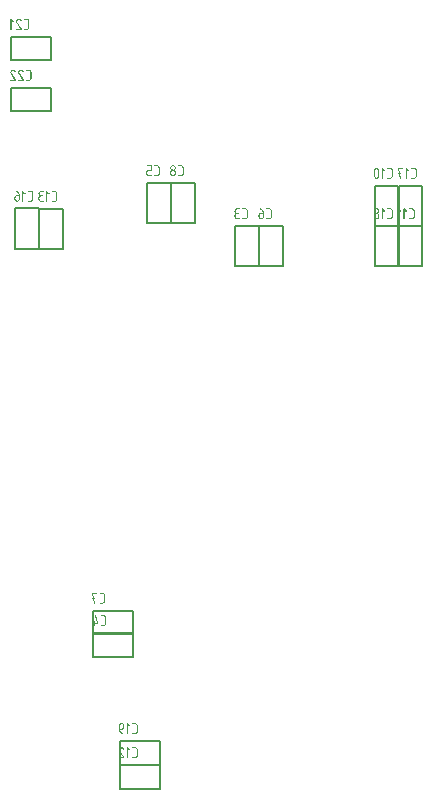
<source format=gbo>
G04*
G04 #@! TF.GenerationSoftware,Altium Limited,Altium Designer,23.11.1 (41)*
G04*
G04 Layer_Color=32896*
%FSLAX43Y43*%
%MOMM*%
G71*
G04*
G04 #@! TF.SameCoordinates,5C86F8B5-C48D-4B9D-AEF1-1A40F40C4F51*
G04*
G04*
G04 #@! TF.FilePolarity,Positive*
G04*
G01*
G75*
%ADD11C,0.150*%
G36*
X15548Y96933D02*
X15562Y96932D01*
X15574Y96930D01*
X15587Y96926D01*
X15610Y96918D01*
X15632Y96907D01*
X15652Y96894D01*
X15672Y96880D01*
X15689Y96865D01*
X15705Y96849D01*
X15719Y96832D01*
X15731Y96817D01*
X15742Y96803D01*
X15751Y96790D01*
X15758Y96779D01*
X15763Y96771D01*
X15765Y96767D01*
X15766Y96765D01*
X15767Y96764D01*
Y96763D01*
X15770Y96756D01*
X15771Y96751D01*
X15771Y96746D01*
Y96745D01*
Y96744D01*
X15771Y96736D01*
X15770Y96728D01*
X15767Y96722D01*
X15764Y96716D01*
X15761Y96712D01*
X15756Y96708D01*
X15747Y96702D01*
X15739Y96699D01*
X15731Y96697D01*
X15728Y96696D01*
X15724D01*
X15714Y96697D01*
X15706Y96700D01*
X15699Y96704D01*
X15693Y96708D01*
X15689Y96712D01*
X15686Y96716D01*
X15684Y96719D01*
X15683Y96720D01*
X15670Y96741D01*
X15657Y96759D01*
X15644Y96775D01*
X15632Y96789D01*
X15618Y96801D01*
X15607Y96810D01*
X15595Y96818D01*
X15583Y96824D01*
X15573Y96829D01*
X15564Y96832D01*
X15556Y96836D01*
X15548Y96837D01*
X15542Y96838D01*
X15538Y96839D01*
X15535D01*
X15524Y96838D01*
X15513Y96837D01*
X15494Y96832D01*
X15477Y96826D01*
X15462Y96818D01*
X15451Y96811D01*
X15446Y96807D01*
X15442Y96804D01*
X15438Y96801D01*
X15436Y96799D01*
X15435Y96798D01*
X15434Y96797D01*
X15427Y96789D01*
X15420Y96781D01*
X15415Y96772D01*
X15410Y96764D01*
X15402Y96747D01*
X15397Y96731D01*
X15395Y96717D01*
X15393Y96711D01*
Y96706D01*
X15392Y96702D01*
Y96699D01*
Y96697D01*
Y96696D01*
X15393Y96681D01*
X15396Y96667D01*
X15400Y96654D01*
X15404Y96642D01*
X15408Y96632D01*
X15412Y96625D01*
X15415Y96620D01*
X15416Y96619D01*
Y96618D01*
X15763Y96061D01*
X15768Y96052D01*
X15771Y96042D01*
Y96039D01*
X15771Y96036D01*
Y96034D01*
Y96033D01*
X15771Y96025D01*
X15770Y96018D01*
X15767Y96012D01*
X15764Y96007D01*
X15756Y95998D01*
X15747Y95992D01*
X15739Y95989D01*
X15731Y95987D01*
X15728Y95987D01*
X15345D01*
X15337Y95987D01*
X15329Y95988D01*
X15323Y95991D01*
X15317Y95994D01*
X15312Y95997D01*
X15309Y96002D01*
X15303Y96011D01*
X15300Y96019D01*
X15298Y96027D01*
X15297Y96030D01*
Y96032D01*
Y96033D01*
Y96034D01*
X15298Y96042D01*
X15299Y96050D01*
X15302Y96056D01*
X15305Y96062D01*
X15308Y96067D01*
X15312Y96070D01*
X15321Y96076D01*
X15330Y96079D01*
X15337Y96081D01*
X15341Y96082D01*
X15639D01*
X15341Y96561D01*
X15333Y96573D01*
X15327Y96586D01*
X15321Y96599D01*
X15316Y96611D01*
X15308Y96634D01*
X15302Y96654D01*
X15301Y96663D01*
X15300Y96671D01*
X15299Y96679D01*
X15298Y96685D01*
X15297Y96690D01*
Y96693D01*
Y96696D01*
Y96696D01*
X15298Y96715D01*
X15301Y96732D01*
X15304Y96748D01*
X15308Y96764D01*
X15313Y96779D01*
X15320Y96792D01*
X15326Y96806D01*
X15332Y96817D01*
X15339Y96827D01*
X15345Y96837D01*
X15351Y96845D01*
X15357Y96851D01*
X15361Y96857D01*
X15364Y96861D01*
X15367Y96863D01*
X15367Y96864D01*
X15381Y96876D01*
X15394Y96887D01*
X15408Y96896D01*
X15422Y96905D01*
X15437Y96911D01*
X15451Y96917D01*
X15464Y96921D01*
X15477Y96926D01*
X15489Y96928D01*
X15500Y96931D01*
X15510Y96931D01*
X15518Y96933D01*
X15526D01*
X15531Y96934D01*
X15535D01*
X15548Y96933D01*
D02*
G37*
G36*
X14878D02*
X14885Y96931D01*
X14892Y96928D01*
X14898Y96925D01*
X14903Y96921D01*
X14906Y96918D01*
X14908Y96916D01*
X14909Y96915D01*
X15095Y96730D01*
X15099Y96725D01*
X15102Y96719D01*
X15105Y96713D01*
X15107Y96708D01*
X15107Y96703D01*
X15108Y96700D01*
Y96697D01*
Y96696D01*
X15107Y96688D01*
X15107Y96681D01*
X15104Y96675D01*
X15101Y96669D01*
X15097Y96665D01*
X15093Y96661D01*
X15084Y96655D01*
X15076Y96651D01*
X15068Y96650D01*
X15065Y96649D01*
X15061D01*
X15054Y96650D01*
X15047Y96651D01*
X15042Y96653D01*
X15037Y96656D01*
X15033Y96659D01*
X15030Y96661D01*
X15028Y96662D01*
X15027Y96663D01*
X14918Y96772D01*
Y96033D01*
X14918Y96025D01*
X14917Y96018D01*
X14914Y96012D01*
X14911Y96007D01*
X14903Y95998D01*
X14894Y95992D01*
X14886Y95989D01*
X14878Y95987D01*
X14875Y95987D01*
X14871D01*
X14863Y95987D01*
X14855Y95988D01*
X14849Y95991D01*
X14843Y95994D01*
X14838Y95997D01*
X14835Y96002D01*
X14829Y96010D01*
X14826Y96018D01*
X14824Y96026D01*
X14823Y96032D01*
Y96032D01*
Y96033D01*
Y96886D01*
X14824Y96895D01*
X14825Y96902D01*
X14828Y96908D01*
X14831Y96914D01*
X14834Y96919D01*
X14838Y96922D01*
X14847Y96928D01*
X14856Y96931D01*
X14863Y96933D01*
X14867Y96934D01*
X14871D01*
X14878Y96933D01*
D02*
G37*
G36*
X16216D02*
X16232Y96931D01*
X16249Y96927D01*
X16265Y96923D01*
X16280Y96918D01*
X16293Y96911D01*
X16306Y96906D01*
X16318Y96899D01*
X16328Y96892D01*
X16337Y96886D01*
X16345Y96881D01*
X16352Y96875D01*
X16358Y96871D01*
X16361Y96867D01*
X16364Y96865D01*
X16365Y96864D01*
X16377Y96851D01*
X16387Y96837D01*
X16396Y96823D01*
X16405Y96809D01*
X16411Y96795D01*
X16417Y96781D01*
X16421Y96767D01*
X16425Y96754D01*
X16428Y96742D01*
X16430Y96731D01*
X16431Y96721D01*
X16433Y96713D01*
Y96706D01*
X16434Y96701D01*
Y96697D01*
Y96696D01*
Y96223D01*
X16433Y96205D01*
X16430Y96188D01*
X16427Y96172D01*
X16423Y96156D01*
X16418Y96141D01*
X16412Y96127D01*
X16405Y96114D01*
X16399Y96102D01*
X16393Y96092D01*
X16386Y96083D01*
X16380Y96075D01*
X16375Y96068D01*
X16371Y96062D01*
X16368Y96059D01*
X16365Y96057D01*
X16365Y96056D01*
X16351Y96043D01*
X16338Y96033D01*
X16324Y96024D01*
X16310Y96016D01*
X16295Y96009D01*
X16281Y96003D01*
X16268Y95999D01*
X16255Y95995D01*
X16243Y95992D01*
X16232Y95990D01*
X16222Y95989D01*
X16214Y95987D01*
X16206D01*
X16201Y95987D01*
X16008D01*
X16000Y95987D01*
X15992Y95988D01*
X15986Y95991D01*
X15981Y95994D01*
X15976Y95997D01*
X15972Y96002D01*
X15966Y96011D01*
X15963Y96019D01*
X15961Y96027D01*
X15961Y96030D01*
Y96032D01*
Y96033D01*
Y96034D01*
X15961Y96042D01*
X15962Y96050D01*
X15965Y96056D01*
X15968Y96062D01*
X15971Y96067D01*
X15976Y96070D01*
X15984Y96076D01*
X15993Y96079D01*
X16001Y96081D01*
X16004Y96082D01*
X16197D01*
X16208Y96082D01*
X16219Y96083D01*
X16238Y96088D01*
X16255Y96095D01*
X16270Y96102D01*
X16281Y96110D01*
X16286Y96113D01*
X16291Y96116D01*
X16294Y96119D01*
X16296Y96121D01*
X16297Y96122D01*
X16298Y96122D01*
X16306Y96131D01*
X16311Y96139D01*
X16317Y96147D01*
X16321Y96156D01*
X16329Y96172D01*
X16334Y96188D01*
X16336Y96202D01*
X16337Y96208D01*
X16338Y96213D01*
X16339Y96217D01*
Y96221D01*
Y96222D01*
Y96223D01*
Y96696D01*
X16338Y96707D01*
X16337Y96718D01*
X16332Y96737D01*
X16325Y96755D01*
X16318Y96769D01*
X16310Y96781D01*
X16307Y96786D01*
X16305Y96790D01*
X16301Y96793D01*
X16300Y96796D01*
X16299Y96796D01*
X16298Y96797D01*
X16290Y96805D01*
X16281Y96811D01*
X16273Y96816D01*
X16265Y96821D01*
X16248Y96829D01*
X16232Y96834D01*
X16218Y96836D01*
X16212Y96838D01*
X16207D01*
X16203Y96839D01*
X16008D01*
X16000Y96840D01*
X15992Y96841D01*
X15986Y96843D01*
X15981Y96846D01*
X15976Y96850D01*
X15972Y96854D01*
X15966Y96863D01*
X15963Y96871D01*
X15961Y96879D01*
X15961Y96882D01*
Y96885D01*
Y96886D01*
Y96886D01*
X15961Y96895D01*
X15962Y96902D01*
X15965Y96908D01*
X15968Y96914D01*
X15971Y96919D01*
X15976Y96922D01*
X15984Y96928D01*
X15993Y96931D01*
X16001Y96933D01*
X16004Y96934D01*
X16197D01*
X16216Y96933D01*
D02*
G37*
G36*
X15726Y92615D02*
X15739Y92614D01*
X15752Y92612D01*
X15764Y92608D01*
X15788Y92600D01*
X15810Y92589D01*
X15830Y92576D01*
X15849Y92562D01*
X15867Y92547D01*
X15883Y92531D01*
X15897Y92514D01*
X15909Y92499D01*
X15920Y92485D01*
X15929Y92472D01*
X15936Y92461D01*
X15941Y92453D01*
X15943Y92449D01*
X15944Y92447D01*
X15945Y92446D01*
Y92445D01*
X15948Y92438D01*
X15948Y92433D01*
X15949Y92428D01*
Y92427D01*
Y92426D01*
X15948Y92418D01*
X15948Y92410D01*
X15945Y92404D01*
X15942Y92398D01*
X15938Y92394D01*
X15934Y92390D01*
X15925Y92384D01*
X15917Y92381D01*
X15909Y92379D01*
X15906Y92378D01*
X15902D01*
X15892Y92379D01*
X15883Y92382D01*
X15877Y92386D01*
X15871Y92390D01*
X15867Y92394D01*
X15863Y92398D01*
X15862Y92401D01*
X15861Y92402D01*
X15848Y92423D01*
X15835Y92441D01*
X15822Y92457D01*
X15809Y92471D01*
X15796Y92483D01*
X15784Y92492D01*
X15773Y92500D01*
X15761Y92506D01*
X15751Y92511D01*
X15742Y92514D01*
X15733Y92518D01*
X15726Y92519D01*
X15720Y92520D01*
X15716Y92521D01*
X15713D01*
X15702Y92520D01*
X15691Y92519D01*
X15672Y92514D01*
X15654Y92508D01*
X15640Y92500D01*
X15629Y92493D01*
X15624Y92489D01*
X15619Y92486D01*
X15616Y92483D01*
X15614Y92481D01*
X15613Y92480D01*
X15612Y92479D01*
X15604Y92471D01*
X15598Y92463D01*
X15593Y92454D01*
X15588Y92446D01*
X15580Y92429D01*
X15575Y92413D01*
X15573Y92399D01*
X15571Y92393D01*
Y92388D01*
X15570Y92384D01*
Y92381D01*
Y92379D01*
Y92378D01*
X15571Y92363D01*
X15574Y92349D01*
X15578Y92336D01*
X15582Y92324D01*
X15586Y92314D01*
X15590Y92307D01*
X15593Y92302D01*
X15594Y92301D01*
Y92300D01*
X15941Y91743D01*
X15946Y91734D01*
X15948Y91724D01*
Y91721D01*
X15949Y91718D01*
Y91716D01*
Y91715D01*
X15948Y91707D01*
X15948Y91700D01*
X15945Y91694D01*
X15942Y91689D01*
X15934Y91680D01*
X15925Y91674D01*
X15917Y91671D01*
X15909Y91669D01*
X15906Y91669D01*
X15523D01*
X15514Y91669D01*
X15507Y91670D01*
X15501Y91673D01*
X15495Y91676D01*
X15490Y91679D01*
X15487Y91684D01*
X15481Y91693D01*
X15478Y91701D01*
X15476Y91709D01*
X15475Y91712D01*
Y91714D01*
Y91715D01*
Y91716D01*
X15476Y91724D01*
X15477Y91732D01*
X15479Y91738D01*
X15483Y91744D01*
X15486Y91749D01*
X15490Y91752D01*
X15499Y91758D01*
X15508Y91761D01*
X15515Y91763D01*
X15519Y91764D01*
X15817D01*
X15519Y92243D01*
X15511Y92255D01*
X15504Y92268D01*
X15499Y92281D01*
X15494Y92293D01*
X15486Y92316D01*
X15480Y92336D01*
X15479Y92345D01*
X15478Y92353D01*
X15477Y92361D01*
X15476Y92367D01*
X15475Y92372D01*
Y92375D01*
Y92378D01*
Y92378D01*
X15476Y92397D01*
X15479Y92414D01*
X15482Y92430D01*
X15486Y92446D01*
X15491Y92461D01*
X15498Y92474D01*
X15504Y92488D01*
X15510Y92499D01*
X15517Y92509D01*
X15523Y92519D01*
X15529Y92527D01*
X15534Y92533D01*
X15539Y92539D01*
X15542Y92543D01*
X15544Y92545D01*
X15545Y92546D01*
X15559Y92558D01*
X15572Y92569D01*
X15586Y92578D01*
X15600Y92587D01*
X15614Y92593D01*
X15629Y92599D01*
X15642Y92603D01*
X15655Y92608D01*
X15667Y92610D01*
X15678Y92613D01*
X15688Y92613D01*
X15696Y92615D01*
X15703D01*
X15708Y92616D01*
X15713D01*
X15726Y92615D01*
D02*
G37*
G36*
X15063D02*
X15076Y92614D01*
X15089Y92612D01*
X15101Y92608D01*
X15124Y92600D01*
X15147Y92589D01*
X15167Y92576D01*
X15186Y92562D01*
X15204Y92547D01*
X15219Y92531D01*
X15234Y92514D01*
X15246Y92499D01*
X15257Y92485D01*
X15266Y92472D01*
X15273Y92461D01*
X15278Y92453D01*
X15279Y92449D01*
X15281Y92447D01*
X15282Y92446D01*
Y92445D01*
X15284Y92438D01*
X15285Y92433D01*
X15286Y92428D01*
Y92427D01*
Y92426D01*
X15285Y92418D01*
X15284Y92410D01*
X15282Y92404D01*
X15279Y92398D01*
X15275Y92394D01*
X15271Y92390D01*
X15262Y92384D01*
X15254Y92381D01*
X15246Y92379D01*
X15243Y92378D01*
X15239D01*
X15229Y92379D01*
X15220Y92382D01*
X15214Y92386D01*
X15208Y92390D01*
X15204Y92394D01*
X15200Y92398D01*
X15199Y92401D01*
X15198Y92402D01*
X15184Y92423D01*
X15172Y92441D01*
X15159Y92457D01*
X15146Y92471D01*
X15133Y92483D01*
X15121Y92492D01*
X15109Y92500D01*
X15098Y92506D01*
X15088Y92511D01*
X15079Y92514D01*
X15070Y92518D01*
X15063Y92519D01*
X15057Y92520D01*
X15053Y92521D01*
X15050D01*
X15039Y92520D01*
X15028Y92519D01*
X15009Y92514D01*
X14991Y92508D01*
X14977Y92500D01*
X14965Y92493D01*
X14960Y92489D01*
X14956Y92486D01*
X14953Y92483D01*
X14950Y92481D01*
X14950Y92480D01*
X14949Y92479D01*
X14941Y92471D01*
X14935Y92463D01*
X14930Y92454D01*
X14925Y92446D01*
X14917Y92429D01*
X14912Y92413D01*
X14910Y92399D01*
X14908Y92393D01*
Y92388D01*
X14907Y92384D01*
Y92381D01*
Y92379D01*
Y92378D01*
X14908Y92363D01*
X14910Y92349D01*
X14915Y92336D01*
X14919Y92324D01*
X14923Y92314D01*
X14927Y92307D01*
X14930Y92302D01*
X14930Y92301D01*
Y92300D01*
X15278Y91743D01*
X15283Y91734D01*
X15285Y91724D01*
Y91721D01*
X15286Y91718D01*
Y91716D01*
Y91715D01*
X15285Y91707D01*
X15284Y91700D01*
X15282Y91694D01*
X15279Y91689D01*
X15271Y91680D01*
X15262Y91674D01*
X15254Y91671D01*
X15246Y91669D01*
X15243Y91669D01*
X14860D01*
X14851Y91669D01*
X14844Y91670D01*
X14838Y91673D01*
X14832Y91676D01*
X14827Y91679D01*
X14824Y91684D01*
X14818Y91693D01*
X14815Y91701D01*
X14813Y91709D01*
X14812Y91712D01*
Y91714D01*
Y91715D01*
Y91716D01*
X14813Y91724D01*
X14814Y91732D01*
X14816Y91738D01*
X14820Y91744D01*
X14823Y91749D01*
X14827Y91752D01*
X14835Y91758D01*
X14845Y91761D01*
X14852Y91763D01*
X14855Y91764D01*
X15154D01*
X14855Y92243D01*
X14848Y92255D01*
X14841Y92268D01*
X14835Y92281D01*
X14830Y92293D01*
X14823Y92316D01*
X14817Y92336D01*
X14815Y92345D01*
X14815Y92353D01*
X14814Y92361D01*
X14813Y92367D01*
X14812Y92372D01*
Y92375D01*
Y92378D01*
Y92378D01*
X14813Y92397D01*
X14815Y92414D01*
X14819Y92430D01*
X14823Y92446D01*
X14828Y92461D01*
X14835Y92474D01*
X14840Y92488D01*
X14847Y92499D01*
X14854Y92509D01*
X14860Y92519D01*
X14865Y92527D01*
X14871Y92533D01*
X14875Y92539D01*
X14879Y92543D01*
X14881Y92545D01*
X14882Y92546D01*
X14895Y92558D01*
X14909Y92569D01*
X14923Y92578D01*
X14937Y92587D01*
X14951Y92593D01*
X14965Y92599D01*
X14979Y92603D01*
X14992Y92608D01*
X15004Y92610D01*
X15015Y92613D01*
X15025Y92613D01*
X15033Y92615D01*
X15040D01*
X15045Y92616D01*
X15050D01*
X15063Y92615D01*
D02*
G37*
G36*
X16393D02*
X16410Y92613D01*
X16427Y92609D01*
X16442Y92605D01*
X16457Y92600D01*
X16471Y92593D01*
X16484Y92588D01*
X16496Y92581D01*
X16506Y92574D01*
X16515Y92568D01*
X16523Y92563D01*
X16530Y92557D01*
X16536Y92553D01*
X16539Y92549D01*
X16542Y92547D01*
X16542Y92546D01*
X16555Y92533D01*
X16565Y92519D01*
X16574Y92505D01*
X16582Y92491D01*
X16589Y92477D01*
X16595Y92463D01*
X16599Y92449D01*
X16603Y92436D01*
X16606Y92424D01*
X16608Y92413D01*
X16609Y92403D01*
X16611Y92395D01*
Y92388D01*
X16612Y92383D01*
Y92379D01*
Y92378D01*
Y91905D01*
X16611Y91887D01*
X16608Y91870D01*
X16605Y91854D01*
X16601Y91838D01*
X16596Y91823D01*
X16590Y91809D01*
X16583Y91796D01*
X16577Y91784D01*
X16571Y91774D01*
X16564Y91765D01*
X16558Y91757D01*
X16553Y91750D01*
X16549Y91744D01*
X16546Y91741D01*
X16543Y91739D01*
X16542Y91738D01*
X16529Y91725D01*
X16516Y91715D01*
X16502Y91706D01*
X16487Y91698D01*
X16473Y91691D01*
X16459Y91685D01*
X16446Y91681D01*
X16432Y91677D01*
X16421Y91674D01*
X16410Y91672D01*
X16400Y91671D01*
X16392Y91669D01*
X16384D01*
X16379Y91669D01*
X16186D01*
X16178Y91669D01*
X16170Y91670D01*
X16164Y91673D01*
X16158Y91676D01*
X16153Y91679D01*
X16150Y91684D01*
X16144Y91693D01*
X16141Y91701D01*
X16139Y91709D01*
X16138Y91712D01*
Y91714D01*
Y91715D01*
Y91716D01*
X16139Y91724D01*
X16140Y91732D01*
X16143Y91738D01*
X16146Y91744D01*
X16149Y91749D01*
X16153Y91752D01*
X16162Y91758D01*
X16171Y91761D01*
X16178Y91763D01*
X16182Y91764D01*
X16375D01*
X16386Y91764D01*
X16397Y91765D01*
X16416Y91770D01*
X16432Y91777D01*
X16447Y91784D01*
X16459Y91792D01*
X16464Y91795D01*
X16468Y91798D01*
X16472Y91801D01*
X16474Y91803D01*
X16475Y91804D01*
X16476Y91804D01*
X16483Y91813D01*
X16489Y91821D01*
X16495Y91829D01*
X16499Y91838D01*
X16507Y91854D01*
X16512Y91870D01*
X16514Y91884D01*
X16515Y91890D01*
X16516Y91895D01*
X16517Y91899D01*
Y91903D01*
Y91904D01*
Y91905D01*
Y92378D01*
X16516Y92389D01*
X16515Y92400D01*
X16510Y92419D01*
X16503Y92437D01*
X16496Y92451D01*
X16488Y92463D01*
X16485Y92468D01*
X16482Y92472D01*
X16479Y92475D01*
X16477Y92478D01*
X16477Y92478D01*
X16476Y92479D01*
X16467Y92487D01*
X16459Y92493D01*
X16451Y92498D01*
X16442Y92503D01*
X16426Y92511D01*
X16410Y92516D01*
X16396Y92518D01*
X16390Y92520D01*
X16385D01*
X16381Y92521D01*
X16186D01*
X16178Y92522D01*
X16170Y92523D01*
X16164Y92525D01*
X16158Y92528D01*
X16153Y92532D01*
X16150Y92536D01*
X16144Y92545D01*
X16141Y92553D01*
X16139Y92561D01*
X16138Y92564D01*
Y92567D01*
Y92568D01*
Y92568D01*
X16139Y92577D01*
X16140Y92584D01*
X16143Y92590D01*
X16146Y92596D01*
X16149Y92601D01*
X16153Y92604D01*
X16162Y92610D01*
X16171Y92613D01*
X16178Y92615D01*
X16182Y92616D01*
X16375D01*
X16393Y92615D01*
D02*
G37*
G36*
X15872Y82379D02*
X15878Y82376D01*
X15885Y82374D01*
X15891Y82370D01*
X15896Y82366D01*
X15899Y82364D01*
X15902Y82361D01*
X15903Y82360D01*
X16088Y82176D01*
X16093Y82171D01*
X16096Y82165D01*
X16098Y82159D01*
X16100Y82154D01*
X16101Y82149D01*
X16102Y82146D01*
Y82143D01*
Y82142D01*
X16101Y82134D01*
X16100Y82126D01*
X16097Y82121D01*
X16094Y82115D01*
X16091Y82111D01*
X16087Y82106D01*
X16078Y82101D01*
X16069Y82097D01*
X16062Y82096D01*
X16058Y82095D01*
X16054D01*
X16048Y82096D01*
X16041Y82097D01*
X16035Y82099D01*
X16030Y82102D01*
X16027Y82105D01*
X16023Y82106D01*
X16022Y82108D01*
X16021Y82109D01*
X15912Y82218D01*
Y81479D01*
X15911Y81471D01*
X15910Y81464D01*
X15908Y81457D01*
X15904Y81452D01*
X15897Y81444D01*
X15888Y81438D01*
X15879Y81435D01*
X15872Y81433D01*
X15868Y81432D01*
X15864D01*
X15856Y81433D01*
X15848Y81434D01*
X15843Y81437D01*
X15837Y81440D01*
X15832Y81443D01*
X15828Y81447D01*
X15823Y81456D01*
X15819Y81464D01*
X15818Y81472D01*
X15817Y81477D01*
Y81478D01*
Y81479D01*
Y82332D01*
X15818Y82340D01*
X15818Y82348D01*
X15821Y82354D01*
X15824Y82360D01*
X15828Y82365D01*
X15832Y82368D01*
X15840Y82374D01*
X15849Y82377D01*
X15857Y82379D01*
X15860Y82380D01*
X15864D01*
X15872Y82379D01*
D02*
G37*
G36*
X16546D02*
X16562Y82376D01*
X16579Y82373D01*
X16595Y82369D01*
X16610Y82364D01*
X16623Y82357D01*
X16637Y82351D01*
X16648Y82345D01*
X16658Y82338D01*
X16667Y82332D01*
X16676Y82326D01*
X16682Y82321D01*
X16688Y82316D01*
X16692Y82313D01*
X16694Y82311D01*
X16695Y82310D01*
X16707Y82296D01*
X16717Y82283D01*
X16727Y82269D01*
X16735Y82255D01*
X16742Y82241D01*
X16747Y82226D01*
X16751Y82213D01*
X16756Y82200D01*
X16758Y82188D01*
X16761Y82177D01*
X16761Y82167D01*
X16763Y82159D01*
Y82151D01*
X16764Y82146D01*
Y82143D01*
Y82142D01*
Y81669D01*
X16763Y81651D01*
X16761Y81634D01*
X16757Y81617D01*
X16753Y81602D01*
X16748Y81587D01*
X16742Y81573D01*
X16736Y81560D01*
X16729Y81548D01*
X16723Y81538D01*
X16717Y81529D01*
X16711Y81521D01*
X16706Y81514D01*
X16702Y81508D01*
X16698Y81505D01*
X16696Y81502D01*
X16695Y81502D01*
X16682Y81489D01*
X16668Y81479D01*
X16654Y81470D01*
X16640Y81462D01*
X16626Y81455D01*
X16612Y81449D01*
X16598Y81445D01*
X16585Y81441D01*
X16573Y81438D01*
X16562Y81436D01*
X16552Y81435D01*
X16544Y81433D01*
X16537D01*
X16532Y81432D01*
X16338D01*
X16330Y81433D01*
X16322Y81434D01*
X16317Y81437D01*
X16311Y81440D01*
X16306Y81443D01*
X16302Y81447D01*
X16297Y81457D01*
X16293Y81465D01*
X16292Y81472D01*
X16291Y81476D01*
Y81478D01*
Y81479D01*
Y81480D01*
X16292Y81488D01*
X16292Y81496D01*
X16295Y81502D01*
X16298Y81507D01*
X16302Y81512D01*
X16306Y81516D01*
X16314Y81522D01*
X16323Y81525D01*
X16331Y81527D01*
X16334Y81527D01*
X16527D01*
X16538Y81528D01*
X16549Y81529D01*
X16568Y81534D01*
X16585Y81541D01*
X16600Y81548D01*
X16612Y81556D01*
X16617Y81559D01*
X16621Y81562D01*
X16624Y81565D01*
X16627Y81567D01*
X16627Y81567D01*
X16628Y81568D01*
X16636Y81577D01*
X16642Y81585D01*
X16647Y81593D01*
X16652Y81602D01*
X16659Y81618D01*
X16664Y81634D01*
X16667Y81648D01*
X16667Y81654D01*
X16668Y81659D01*
X16669Y81663D01*
Y81667D01*
Y81668D01*
Y81669D01*
Y82142D01*
X16668Y82153D01*
X16667Y82164D01*
X16662Y82183D01*
X16656Y82201D01*
X16648Y82215D01*
X16641Y82226D01*
X16637Y82231D01*
X16635Y82236D01*
X16632Y82239D01*
X16630Y82241D01*
X16629Y82242D01*
X16628Y82243D01*
X16620Y82251D01*
X16612Y82257D01*
X16603Y82262D01*
X16595Y82267D01*
X16578Y82275D01*
X16562Y82280D01*
X16548Y82282D01*
X16542Y82284D01*
X16537D01*
X16533Y82285D01*
X16338D01*
X16330Y82286D01*
X16322Y82286D01*
X16317Y82289D01*
X16311Y82292D01*
X16306Y82296D01*
X16302Y82300D01*
X16297Y82309D01*
X16293Y82317D01*
X16292Y82325D01*
X16291Y82328D01*
Y82330D01*
Y82331D01*
Y82332D01*
X16292Y82340D01*
X16292Y82348D01*
X16295Y82354D01*
X16298Y82360D01*
X16302Y82365D01*
X16306Y82368D01*
X16314Y82374D01*
X16323Y82377D01*
X16331Y82379D01*
X16334Y82380D01*
X16527D01*
X16546Y82379D01*
D02*
G37*
G36*
X15303D02*
X15310Y82378D01*
X15324Y82375D01*
X15330Y82372D01*
X15335Y82370D01*
X15339Y82370D01*
X15340Y82369D01*
X15359Y82360D01*
X15376Y82351D01*
X15394Y82341D01*
X15410Y82331D01*
X15426Y82320D01*
X15440Y82309D01*
X15454Y82298D01*
X15468Y82287D01*
X15479Y82276D01*
X15489Y82266D01*
X15498Y82258D01*
X15507Y82250D01*
X15513Y82244D01*
X15517Y82239D01*
X15520Y82236D01*
X15521Y82235D01*
X15539Y82211D01*
X15556Y82188D01*
X15570Y82164D01*
X15583Y82140D01*
X15593Y82116D01*
X15602Y82092D01*
X15608Y82070D01*
X15614Y82049D01*
X15618Y82029D01*
X15622Y82011D01*
X15624Y81994D01*
X15626Y81980D01*
X15627Y81969D01*
X15628Y81961D01*
Y81957D01*
Y81955D01*
Y81954D01*
Y81953D01*
Y81667D01*
X15627Y81649D01*
X15624Y81632D01*
X15621Y81616D01*
X15617Y81600D01*
X15612Y81585D01*
X15606Y81572D01*
X15600Y81559D01*
X15593Y81547D01*
X15587Y81537D01*
X15581Y81527D01*
X15575Y81520D01*
X15570Y81513D01*
X15566Y81507D01*
X15562Y81504D01*
X15560Y81502D01*
X15559Y81501D01*
X15546Y81489D01*
X15532Y81478D01*
X15518Y81469D01*
X15503Y81462D01*
X15489Y81455D01*
X15476Y81449D01*
X15462Y81445D01*
X15449Y81441D01*
X15437Y81438D01*
X15426Y81436D01*
X15416Y81435D01*
X15408Y81433D01*
X15400D01*
X15395Y81432D01*
X15391D01*
X15373Y81433D01*
X15356Y81436D01*
X15339Y81439D01*
X15324Y81443D01*
X15309Y81448D01*
X15295Y81454D01*
X15283Y81460D01*
X15271Y81467D01*
X15261Y81473D01*
X15251Y81479D01*
X15244Y81485D01*
X15237Y81490D01*
X15231Y81494D01*
X15228Y81498D01*
X15225Y81500D01*
X15224Y81501D01*
X15212Y81514D01*
X15201Y81528D01*
X15192Y81542D01*
X15184Y81557D01*
X15177Y81571D01*
X15171Y81584D01*
X15167Y81598D01*
X15163Y81611D01*
X15160Y81623D01*
X15158Y81634D01*
X15157Y81644D01*
X15155Y81652D01*
Y81660D01*
X15154Y81665D01*
Y81668D01*
Y81669D01*
Y81763D01*
X15155Y81781D01*
X15157Y81799D01*
X15161Y81816D01*
X15165Y81831D01*
X15170Y81846D01*
X15176Y81860D01*
X15182Y81873D01*
X15189Y81885D01*
X15195Y81895D01*
X15201Y81904D01*
X15207Y81912D01*
X15212Y81919D01*
X15216Y81925D01*
X15219Y81928D01*
X15222Y81931D01*
X15223Y81931D01*
X15236Y81944D01*
X15249Y81954D01*
X15264Y81964D01*
X15278Y81971D01*
X15292Y81978D01*
X15306Y81984D01*
X15319Y81988D01*
X15333Y81992D01*
X15344Y81995D01*
X15356Y81997D01*
X15366Y81998D01*
X15374Y82000D01*
X15381D01*
X15387Y82001D01*
X15529D01*
X15527Y82016D01*
X15523Y82032D01*
X15519Y82047D01*
X15513Y82062D01*
X15502Y82090D01*
X15496Y82103D01*
X15489Y82115D01*
X15483Y82126D01*
X15478Y82136D01*
X15472Y82144D01*
X15468Y82151D01*
X15464Y82157D01*
X15460Y82161D01*
X15458Y82164D01*
X15458Y82165D01*
X15443Y82183D01*
X15427Y82199D01*
X15411Y82214D01*
X15395Y82226D01*
X15380Y82238D01*
X15364Y82249D01*
X15350Y82258D01*
X15336Y82266D01*
X15323Y82272D01*
X15311Y82278D01*
X15300Y82282D01*
X15291Y82286D01*
X15284Y82288D01*
X15279Y82290D01*
X15274Y82291D01*
X15274D01*
X15265Y82295D01*
X15259Y82300D01*
X15255Y82306D01*
X15253Y82314D01*
X15250Y82321D01*
X15249Y82326D01*
Y82330D01*
Y82332D01*
X15250Y82340D01*
X15251Y82348D01*
X15254Y82354D01*
X15257Y82360D01*
X15260Y82365D01*
X15264Y82368D01*
X15273Y82374D01*
X15282Y82377D01*
X15289Y82379D01*
X15293Y82380D01*
X15297D01*
X15303Y82379D01*
D02*
G37*
G36*
X17904Y82353D02*
X17910Y82351D01*
X17917Y82348D01*
X17923Y82345D01*
X17928Y82341D01*
X17931Y82338D01*
X17934Y82336D01*
X17935Y82335D01*
X18120Y82150D01*
X18125Y82145D01*
X18128Y82139D01*
X18130Y82133D01*
X18132Y82128D01*
X18133Y82123D01*
X18134Y82120D01*
Y82118D01*
Y82117D01*
X18133Y82108D01*
X18132Y82101D01*
X18129Y82095D01*
X18126Y82089D01*
X18123Y82085D01*
X18119Y82081D01*
X18110Y82075D01*
X18101Y82072D01*
X18094Y82070D01*
X18090Y82069D01*
X18086D01*
X18080Y82070D01*
X18073Y82072D01*
X18067Y82074D01*
X18062Y82077D01*
X18059Y82079D01*
X18055Y82081D01*
X18054Y82083D01*
X18053Y82083D01*
X17944Y82193D01*
Y81454D01*
X17943Y81445D01*
X17942Y81439D01*
X17940Y81432D01*
X17936Y81427D01*
X17929Y81419D01*
X17920Y81413D01*
X17911Y81410D01*
X17904Y81408D01*
X17900Y81407D01*
X17896D01*
X17888Y81408D01*
X17880Y81409D01*
X17875Y81411D01*
X17869Y81414D01*
X17864Y81418D01*
X17860Y81422D01*
X17855Y81430D01*
X17851Y81439D01*
X17850Y81446D01*
X17849Y81452D01*
Y81453D01*
Y81454D01*
Y82307D01*
X17850Y82315D01*
X17850Y82323D01*
X17853Y82328D01*
X17856Y82334D01*
X17860Y82339D01*
X17864Y82343D01*
X17872Y82348D01*
X17881Y82352D01*
X17889Y82353D01*
X17892Y82354D01*
X17896D01*
X17904Y82353D01*
D02*
G37*
G36*
X18578D02*
X18594Y82351D01*
X18611Y82348D01*
X18627Y82343D01*
X18642Y82338D01*
X18655Y82332D01*
X18669Y82326D01*
X18680Y82319D01*
X18690Y82313D01*
X18699Y82307D01*
X18708Y82301D01*
X18714Y82295D01*
X18720Y82291D01*
X18724Y82288D01*
X18726Y82285D01*
X18727Y82284D01*
X18739Y82271D01*
X18749Y82258D01*
X18759Y82243D01*
X18767Y82229D01*
X18774Y82215D01*
X18779Y82201D01*
X18784Y82188D01*
X18788Y82174D01*
X18790Y82163D01*
X18793Y82152D01*
X18794Y82142D01*
X18795Y82133D01*
Y82126D01*
X18796Y82121D01*
Y82118D01*
Y82117D01*
Y81644D01*
X18795Y81625D01*
X18793Y81609D01*
X18789Y81592D01*
X18785Y81576D01*
X18780Y81561D01*
X18774Y81548D01*
X18768Y81534D01*
X18761Y81523D01*
X18755Y81513D01*
X18749Y81504D01*
X18743Y81495D01*
X18738Y81489D01*
X18734Y81483D01*
X18730Y81479D01*
X18728Y81477D01*
X18727Y81476D01*
X18714Y81464D01*
X18700Y81454D01*
X18686Y81444D01*
X18672Y81436D01*
X18658Y81429D01*
X18644Y81424D01*
X18630Y81420D01*
X18617Y81415D01*
X18605Y81413D01*
X18594Y81410D01*
X18584Y81410D01*
X18576Y81408D01*
X18569D01*
X18564Y81407D01*
X18370D01*
X18362Y81408D01*
X18354Y81409D01*
X18349Y81411D01*
X18343Y81414D01*
X18338Y81418D01*
X18334Y81422D01*
X18329Y81431D01*
X18325Y81439D01*
X18324Y81447D01*
X18323Y81450D01*
Y81453D01*
Y81454D01*
Y81454D01*
X18324Y81463D01*
X18324Y81470D01*
X18327Y81476D01*
X18330Y81482D01*
X18334Y81487D01*
X18338Y81490D01*
X18346Y81496D01*
X18355Y81499D01*
X18363Y81501D01*
X18366Y81502D01*
X18559D01*
X18570Y81503D01*
X18581Y81504D01*
X18600Y81509D01*
X18617Y81515D01*
X18632Y81523D01*
X18644Y81530D01*
X18649Y81534D01*
X18653Y81536D01*
X18656Y81539D01*
X18659Y81541D01*
X18659Y81542D01*
X18660Y81543D01*
X18668Y81551D01*
X18674Y81559D01*
X18679Y81568D01*
X18684Y81576D01*
X18691Y81593D01*
X18696Y81609D01*
X18699Y81623D01*
X18699Y81629D01*
X18700Y81634D01*
X18701Y81638D01*
Y81641D01*
Y81643D01*
Y81644D01*
Y82117D01*
X18700Y82128D01*
X18699Y82138D01*
X18694Y82158D01*
X18688Y82175D01*
X18680Y82189D01*
X18673Y82201D01*
X18669Y82206D01*
X18667Y82210D01*
X18664Y82213D01*
X18662Y82216D01*
X18661Y82217D01*
X18660Y82218D01*
X18652Y82225D01*
X18644Y82232D01*
X18635Y82237D01*
X18627Y82242D01*
X18610Y82249D01*
X18594Y82254D01*
X18580Y82257D01*
X18574Y82258D01*
X18569D01*
X18565Y82259D01*
X18370D01*
X18362Y82260D01*
X18354Y82261D01*
X18349Y82263D01*
X18343Y82267D01*
X18338Y82270D01*
X18334Y82274D01*
X18329Y82283D01*
X18325Y82292D01*
X18324Y82299D01*
X18323Y82303D01*
Y82305D01*
Y82306D01*
Y82307D01*
X18324Y82315D01*
X18324Y82323D01*
X18327Y82328D01*
X18330Y82334D01*
X18334Y82339D01*
X18338Y82343D01*
X18346Y82348D01*
X18355Y82352D01*
X18363Y82353D01*
X18366Y82354D01*
X18559D01*
X18578Y82353D01*
D02*
G37*
G36*
X17621D02*
X17629Y82353D01*
X17635Y82350D01*
X17640Y82347D01*
X17645Y82343D01*
X17649Y82339D01*
X17655Y82331D01*
X17658Y82322D01*
X17660Y82314D01*
X17660Y82311D01*
Y82308D01*
Y82308D01*
Y82307D01*
X17660Y82298D01*
X17659Y82291D01*
X17656Y82285D01*
X17653Y82279D01*
X17650Y82275D01*
X17645Y82271D01*
X17636Y82265D01*
X17628Y82262D01*
X17620Y82260D01*
X17617Y82259D01*
X17424D01*
X17413Y82258D01*
X17402Y82258D01*
X17383Y82253D01*
X17366Y82246D01*
X17351Y82238D01*
X17340Y82231D01*
X17335Y82228D01*
X17331Y82224D01*
X17327Y82222D01*
X17325Y82219D01*
X17324Y82218D01*
X17323Y82218D01*
X17316Y82209D01*
X17309Y82201D01*
X17304Y82193D01*
X17299Y82184D01*
X17291Y82168D01*
X17286Y82152D01*
X17284Y82138D01*
X17282Y82132D01*
Y82127D01*
X17281Y82123D01*
Y82119D01*
Y82118D01*
Y82117D01*
X17282Y82106D01*
X17283Y82095D01*
X17288Y82076D01*
X17295Y82059D01*
X17302Y82044D01*
X17310Y82033D01*
X17313Y82028D01*
X17316Y82024D01*
X17319Y82020D01*
X17321Y82018D01*
X17322Y82017D01*
X17323Y82016D01*
X17331Y82009D01*
X17340Y82003D01*
X17348Y81997D01*
X17356Y81993D01*
X17373Y81985D01*
X17389Y81980D01*
X17403Y81978D01*
X17409Y81977D01*
X17414Y81976D01*
X17418Y81975D01*
X17519D01*
X17527Y81974D01*
X17535Y81974D01*
X17540Y81971D01*
X17546Y81968D01*
X17550Y81964D01*
X17555Y81960D01*
X17560Y81952D01*
X17564Y81943D01*
X17565Y81935D01*
X17566Y81932D01*
Y81929D01*
Y81929D01*
Y81928D01*
X17565Y81919D01*
X17565Y81912D01*
X17562Y81906D01*
X17559Y81900D01*
X17555Y81896D01*
X17551Y81892D01*
X17542Y81886D01*
X17534Y81883D01*
X17526Y81881D01*
X17523Y81880D01*
X17424D01*
X17413Y81879D01*
X17402Y81879D01*
X17383Y81874D01*
X17366Y81867D01*
X17351Y81859D01*
X17340Y81852D01*
X17335Y81849D01*
X17331Y81845D01*
X17327Y81843D01*
X17325Y81840D01*
X17324Y81839D01*
X17323Y81839D01*
X17316Y81830D01*
X17309Y81822D01*
X17304Y81814D01*
X17299Y81805D01*
X17291Y81789D01*
X17286Y81773D01*
X17284Y81759D01*
X17282Y81753D01*
Y81748D01*
X17281Y81744D01*
Y81740D01*
Y81739D01*
Y81738D01*
Y81644D01*
X17282Y81633D01*
X17283Y81622D01*
X17288Y81603D01*
X17295Y81585D01*
X17302Y81571D01*
X17310Y81559D01*
X17316Y81550D01*
X17319Y81547D01*
X17321Y81544D01*
X17322Y81544D01*
X17323Y81543D01*
X17331Y81535D01*
X17340Y81529D01*
X17348Y81524D01*
X17356Y81519D01*
X17373Y81512D01*
X17389Y81507D01*
X17403Y81504D01*
X17409Y81504D01*
X17414Y81503D01*
X17418Y81502D01*
X17613D01*
X17621Y81501D01*
X17629Y81500D01*
X17635Y81498D01*
X17640Y81494D01*
X17645Y81491D01*
X17649Y81487D01*
X17655Y81479D01*
X17658Y81469D01*
X17660Y81462D01*
X17660Y81459D01*
Y81456D01*
Y81455D01*
Y81454D01*
X17660Y81446D01*
X17659Y81439D01*
X17656Y81433D01*
X17653Y81427D01*
X17650Y81423D01*
X17645Y81419D01*
X17636Y81413D01*
X17628Y81410D01*
X17620Y81408D01*
X17617Y81407D01*
X17424D01*
X17406Y81408D01*
X17389Y81410D01*
X17372Y81414D01*
X17356Y81418D01*
X17342Y81423D01*
X17328Y81429D01*
X17316Y81435D01*
X17304Y81442D01*
X17293Y81448D01*
X17284Y81454D01*
X17276Y81460D01*
X17269Y81465D01*
X17263Y81469D01*
X17260Y81473D01*
X17257Y81475D01*
X17256Y81476D01*
X17244Y81489D01*
X17233Y81503D01*
X17224Y81517D01*
X17216Y81531D01*
X17209Y81545D01*
X17203Y81559D01*
X17199Y81573D01*
X17195Y81586D01*
X17192Y81598D01*
X17190Y81609D01*
X17189Y81619D01*
X17187Y81627D01*
Y81634D01*
X17186Y81639D01*
Y81643D01*
Y81644D01*
Y81738D01*
X17187Y81759D01*
X17191Y81779D01*
X17195Y81799D01*
X17201Y81817D01*
X17208Y81834D01*
X17216Y81849D01*
X17225Y81864D01*
X17234Y81877D01*
X17243Y81889D01*
X17251Y81899D01*
X17260Y81908D01*
X17266Y81914D01*
X17272Y81920D01*
X17277Y81924D01*
X17281Y81927D01*
X17281Y81928D01*
X17265Y81942D01*
X17250Y81956D01*
X17237Y81972D01*
X17226Y81988D01*
X17217Y82004D01*
X17210Y82019D01*
X17203Y82034D01*
X17198Y82049D01*
X17195Y82063D01*
X17191Y82076D01*
X17189Y82088D01*
X17188Y82098D01*
X17187Y82105D01*
X17186Y82112D01*
Y82115D01*
Y82117D01*
X17187Y82135D01*
X17190Y82152D01*
X17193Y82168D01*
X17197Y82184D01*
X17202Y82198D01*
X17209Y82213D01*
X17215Y82225D01*
X17221Y82237D01*
X17228Y82248D01*
X17234Y82257D01*
X17240Y82265D01*
X17246Y82272D01*
X17250Y82278D01*
X17253Y82281D01*
X17256Y82283D01*
X17256Y82284D01*
X17270Y82297D01*
X17283Y82308D01*
X17297Y82317D01*
X17311Y82325D01*
X17326Y82332D01*
X17340Y82338D01*
X17353Y82342D01*
X17366Y82346D01*
X17378Y82348D01*
X17389Y82351D01*
X17399Y82352D01*
X17407Y82353D01*
X17415D01*
X17420Y82354D01*
X17613D01*
X17621Y82353D01*
D02*
G37*
G36*
X29271Y84538D02*
X29288Y84535D01*
X29304Y84532D01*
X29320Y84528D01*
X29335Y84523D01*
X29349Y84516D01*
X29362Y84510D01*
X29374Y84504D01*
X29384Y84497D01*
X29393Y84491D01*
X29401Y84485D01*
X29408Y84480D01*
X29414Y84475D01*
X29417Y84472D01*
X29419Y84470D01*
X29420Y84469D01*
X29433Y84455D01*
X29443Y84442D01*
X29452Y84428D01*
X29460Y84414D01*
X29467Y84400D01*
X29473Y84385D01*
X29477Y84372D01*
X29481Y84359D01*
X29484Y84347D01*
X29486Y84336D01*
X29487Y84326D01*
X29489Y84318D01*
Y84310D01*
X29489Y84305D01*
Y84302D01*
Y84301D01*
Y83828D01*
X29489Y83810D01*
X29486Y83793D01*
X29483Y83776D01*
X29479Y83761D01*
X29474Y83746D01*
X29468Y83732D01*
X29461Y83719D01*
X29454Y83707D01*
X29449Y83697D01*
X29442Y83688D01*
X29436Y83680D01*
X29431Y83673D01*
X29427Y83667D01*
X29424Y83664D01*
X29421Y83661D01*
X29420Y83661D01*
X29407Y83648D01*
X29394Y83638D01*
X29379Y83629D01*
X29365Y83621D01*
X29351Y83614D01*
X29337Y83608D01*
X29324Y83604D01*
X29310Y83600D01*
X29299Y83597D01*
X29288Y83595D01*
X29278Y83594D01*
X29269Y83592D01*
X29262D01*
X29257Y83591D01*
X29064D01*
X29055Y83592D01*
X29048Y83593D01*
X29042Y83596D01*
X29036Y83599D01*
X29031Y83602D01*
X29028Y83606D01*
X29022Y83616D01*
X29019Y83624D01*
X29017Y83631D01*
X29016Y83635D01*
Y83637D01*
Y83638D01*
Y83639D01*
X29017Y83647D01*
X29018Y83655D01*
X29020Y83661D01*
X29024Y83666D01*
X29027Y83671D01*
X29031Y83675D01*
X29040Y83681D01*
X29049Y83684D01*
X29056Y83686D01*
X29060Y83686D01*
X29253D01*
X29264Y83687D01*
X29274Y83688D01*
X29294Y83693D01*
X29310Y83700D01*
X29325Y83707D01*
X29337Y83715D01*
X29342Y83718D01*
X29346Y83721D01*
X29349Y83724D01*
X29352Y83726D01*
X29353Y83726D01*
X29354Y83727D01*
X29361Y83736D01*
X29367Y83744D01*
X29373Y83752D01*
X29377Y83761D01*
X29384Y83777D01*
X29389Y83793D01*
X29392Y83807D01*
X29393Y83813D01*
X29394Y83818D01*
X29394Y83822D01*
Y83826D01*
Y83827D01*
Y83828D01*
Y84301D01*
X29394Y84312D01*
X29393Y84323D01*
X29388Y84342D01*
X29381Y84360D01*
X29374Y84374D01*
X29366Y84385D01*
X29363Y84390D01*
X29360Y84395D01*
X29357Y84398D01*
X29355Y84400D01*
X29354Y84401D01*
X29354Y84402D01*
X29345Y84410D01*
X29337Y84416D01*
X29329Y84421D01*
X29320Y84426D01*
X29304Y84434D01*
X29288Y84439D01*
X29274Y84441D01*
X29268Y84443D01*
X29263D01*
X29259Y84444D01*
X29064D01*
X29055Y84445D01*
X29048Y84445D01*
X29042Y84448D01*
X29036Y84451D01*
X29031Y84455D01*
X29028Y84459D01*
X29022Y84468D01*
X29019Y84476D01*
X29017Y84484D01*
X29016Y84487D01*
Y84490D01*
Y84490D01*
Y84491D01*
X29017Y84499D01*
X29018Y84507D01*
X29020Y84513D01*
X29024Y84519D01*
X29027Y84524D01*
X29031Y84527D01*
X29040Y84533D01*
X29049Y84536D01*
X29056Y84538D01*
X29060Y84539D01*
X29253D01*
X29271Y84538D01*
D02*
G37*
G36*
X28608D02*
X28625Y84535D01*
X28641Y84532D01*
X28657Y84528D01*
X28672Y84523D01*
X28685Y84516D01*
X28699Y84510D01*
X28710Y84504D01*
X28720Y84497D01*
X28730Y84491D01*
X28738Y84485D01*
X28745Y84480D01*
X28750Y84475D01*
X28754Y84472D01*
X28756Y84470D01*
X28757Y84469D01*
X28770Y84455D01*
X28780Y84442D01*
X28789Y84428D01*
X28797Y84414D01*
X28804Y84400D01*
X28810Y84385D01*
X28814Y84372D01*
X28818Y84359D01*
X28820Y84347D01*
X28823Y84336D01*
X28824Y84326D01*
X28825Y84318D01*
Y84310D01*
X28826Y84305D01*
Y84302D01*
Y84301D01*
X28825Y84280D01*
X28822Y84260D01*
X28817Y84240D01*
X28811Y84222D01*
X28805Y84205D01*
X28796Y84190D01*
X28788Y84175D01*
X28779Y84163D01*
X28770Y84151D01*
X28761Y84141D01*
X28753Y84132D01*
X28746Y84125D01*
X28740Y84120D01*
X28735Y84115D01*
X28732Y84113D01*
X28731Y84112D01*
X28748Y84098D01*
X28763Y84084D01*
X28775Y84068D01*
X28786Y84052D01*
X28795Y84036D01*
X28803Y84020D01*
X28810Y84005D01*
X28815Y83990D01*
X28818Y83976D01*
X28821Y83963D01*
X28823Y83952D01*
X28825Y83942D01*
X28825Y83934D01*
X28826Y83927D01*
Y83924D01*
Y83922D01*
Y83828D01*
X28825Y83810D01*
X28823Y83793D01*
X28820Y83776D01*
X28815Y83761D01*
X28810Y83746D01*
X28805Y83732D01*
X28798Y83719D01*
X28791Y83707D01*
X28785Y83697D01*
X28779Y83688D01*
X28773Y83680D01*
X28768Y83673D01*
X28764Y83667D01*
X28760Y83664D01*
X28758Y83661D01*
X28757Y83661D01*
X28744Y83648D01*
X28730Y83638D01*
X28716Y83629D01*
X28702Y83621D01*
X28688Y83614D01*
X28674Y83608D01*
X28660Y83604D01*
X28647Y83600D01*
X28635Y83597D01*
X28625Y83595D01*
X28615Y83594D01*
X28606Y83592D01*
X28599D01*
X28594Y83591D01*
X28590D01*
X28571Y83592D01*
X28555Y83595D01*
X28538Y83598D01*
X28522Y83602D01*
X28508Y83607D01*
X28494Y83613D01*
X28481Y83620D01*
X28470Y83626D01*
X28460Y83632D01*
X28450Y83639D01*
X28442Y83645D01*
X28435Y83650D01*
X28430Y83654D01*
X28426Y83657D01*
X28424Y83660D01*
X28423Y83661D01*
X28411Y83674D01*
X28400Y83687D01*
X28391Y83701D01*
X28382Y83716D01*
X28376Y83730D01*
X28370Y83744D01*
X28366Y83757D01*
X28361Y83771D01*
X28359Y83782D01*
X28356Y83793D01*
X28356Y83803D01*
X28354Y83811D01*
Y83819D01*
X28353Y83824D01*
Y83827D01*
Y83828D01*
Y83850D01*
Y83869D01*
X28354Y83886D01*
X28355Y83903D01*
Y83917D01*
X28356Y83930D01*
X28356Y83941D01*
X28357Y83951D01*
X28358Y83960D01*
X28359Y83966D01*
X28360Y83972D01*
Y83977D01*
X28361Y83980D01*
X28361Y83983D01*
Y83984D01*
Y83985D01*
X28366Y83999D01*
X28371Y84012D01*
X28382Y84036D01*
X28397Y84058D01*
X28404Y84068D01*
X28411Y84077D01*
X28419Y84085D01*
X28426Y84092D01*
X28431Y84098D01*
X28437Y84103D01*
X28441Y84107D01*
X28445Y84110D01*
X28447Y84111D01*
X28448Y84112D01*
X28431Y84126D01*
X28416Y84140D01*
X28404Y84156D01*
X28393Y84172D01*
X28384Y84188D01*
X28376Y84204D01*
X28370Y84219D01*
X28365Y84234D01*
X28361Y84247D01*
X28358Y84260D01*
X28356Y84272D01*
X28355Y84282D01*
X28354Y84290D01*
X28353Y84296D01*
Y84300D01*
Y84301D01*
X28354Y84320D01*
X28356Y84337D01*
X28360Y84353D01*
X28364Y84369D01*
X28369Y84384D01*
X28376Y84397D01*
X28381Y84410D01*
X28388Y84422D01*
X28395Y84432D01*
X28401Y84442D01*
X28406Y84450D01*
X28412Y84456D01*
X28416Y84462D01*
X28420Y84465D01*
X28422Y84468D01*
X28423Y84469D01*
X28436Y84481D01*
X28450Y84492D01*
X28464Y84501D01*
X28478Y84509D01*
X28492Y84516D01*
X28506Y84522D01*
X28520Y84526D01*
X28532Y84530D01*
X28544Y84533D01*
X28555Y84535D01*
X28565Y84536D01*
X28573Y84538D01*
X28580D01*
X28585Y84539D01*
X28590D01*
X28608Y84538D01*
D02*
G37*
G36*
X27239D02*
X27256Y84535D01*
X27272Y84532D01*
X27288Y84528D01*
X27303Y84523D01*
X27317Y84516D01*
X27330Y84510D01*
X27342Y84504D01*
X27352Y84497D01*
X27361Y84491D01*
X27369Y84485D01*
X27376Y84480D01*
X27382Y84475D01*
X27385Y84472D01*
X27387Y84470D01*
X27388Y84469D01*
X27401Y84455D01*
X27411Y84442D01*
X27420Y84428D01*
X27428Y84414D01*
X27435Y84400D01*
X27441Y84385D01*
X27445Y84372D01*
X27449Y84359D01*
X27452Y84347D01*
X27454Y84336D01*
X27455Y84326D01*
X27457Y84318D01*
Y84310D01*
X27457Y84305D01*
Y84302D01*
Y84301D01*
Y83828D01*
X27457Y83810D01*
X27454Y83793D01*
X27451Y83776D01*
X27447Y83761D01*
X27442Y83746D01*
X27436Y83732D01*
X27429Y83719D01*
X27422Y83707D01*
X27417Y83697D01*
X27410Y83688D01*
X27404Y83680D01*
X27399Y83673D01*
X27395Y83667D01*
X27392Y83664D01*
X27389Y83661D01*
X27388Y83661D01*
X27375Y83648D01*
X27362Y83638D01*
X27347Y83629D01*
X27333Y83621D01*
X27319Y83614D01*
X27305Y83608D01*
X27292Y83604D01*
X27278Y83600D01*
X27267Y83597D01*
X27256Y83595D01*
X27246Y83594D01*
X27237Y83592D01*
X27230D01*
X27225Y83591D01*
X27032D01*
X27023Y83592D01*
X27016Y83593D01*
X27010Y83596D01*
X27004Y83599D01*
X26999Y83602D01*
X26996Y83606D01*
X26990Y83616D01*
X26987Y83624D01*
X26985Y83631D01*
X26984Y83635D01*
Y83637D01*
Y83638D01*
Y83639D01*
X26985Y83647D01*
X26986Y83655D01*
X26988Y83661D01*
X26992Y83666D01*
X26995Y83671D01*
X26999Y83675D01*
X27008Y83681D01*
X27017Y83684D01*
X27024Y83686D01*
X27028Y83686D01*
X27221D01*
X27232Y83687D01*
X27242Y83688D01*
X27262Y83693D01*
X27278Y83700D01*
X27293Y83707D01*
X27305Y83715D01*
X27310Y83718D01*
X27314Y83721D01*
X27317Y83724D01*
X27320Y83726D01*
X27321Y83726D01*
X27322Y83727D01*
X27329Y83736D01*
X27335Y83744D01*
X27341Y83752D01*
X27345Y83761D01*
X27352Y83777D01*
X27357Y83793D01*
X27360Y83807D01*
X27361Y83813D01*
X27362Y83818D01*
X27362Y83822D01*
Y83826D01*
Y83827D01*
Y83828D01*
Y84301D01*
X27362Y84312D01*
X27361Y84323D01*
X27356Y84342D01*
X27349Y84360D01*
X27342Y84374D01*
X27334Y84385D01*
X27331Y84390D01*
X27328Y84395D01*
X27325Y84398D01*
X27323Y84400D01*
X27322Y84401D01*
X27322Y84402D01*
X27313Y84410D01*
X27305Y84416D01*
X27297Y84421D01*
X27288Y84426D01*
X27272Y84434D01*
X27256Y84439D01*
X27242Y84441D01*
X27236Y84443D01*
X27231D01*
X27227Y84444D01*
X27032D01*
X27023Y84445D01*
X27016Y84445D01*
X27010Y84448D01*
X27004Y84451D01*
X26999Y84455D01*
X26996Y84459D01*
X26990Y84468D01*
X26987Y84476D01*
X26985Y84484D01*
X26984Y84487D01*
Y84490D01*
Y84490D01*
Y84491D01*
X26985Y84499D01*
X26986Y84507D01*
X26988Y84513D01*
X26992Y84519D01*
X26995Y84524D01*
X26999Y84527D01*
X27008Y84533D01*
X27017Y84536D01*
X27024Y84538D01*
X27028Y84539D01*
X27221D01*
X27239Y84538D01*
D02*
G37*
G36*
X26756D02*
X26763Y84537D01*
X26769Y84534D01*
X26774Y84531D01*
X26783Y84524D01*
X26788Y84515D01*
X26792Y84506D01*
X26793Y84499D01*
X26794Y84495D01*
Y84493D01*
Y84492D01*
Y84491D01*
Y84111D01*
X26793Y84103D01*
X26793Y84096D01*
X26790Y84090D01*
X26787Y84085D01*
X26779Y84076D01*
X26771Y84070D01*
X26763Y84067D01*
X26755Y84065D01*
X26749Y84065D01*
X26558D01*
X26548Y84064D01*
X26537Y84063D01*
X26518Y84058D01*
X26500Y84051D01*
X26486Y84044D01*
X26474Y84036D01*
X26469Y84033D01*
X26465Y84030D01*
X26462Y84027D01*
X26459Y84025D01*
X26458Y84024D01*
X26458Y84023D01*
X26450Y84015D01*
X26443Y84006D01*
X26438Y83998D01*
X26434Y83990D01*
X26426Y83973D01*
X26421Y83957D01*
X26419Y83943D01*
X26417Y83937D01*
Y83932D01*
X26416Y83928D01*
Y83925D01*
Y83923D01*
Y83922D01*
Y83828D01*
X26417Y83817D01*
X26418Y83806D01*
X26423Y83787D01*
X26429Y83770D01*
X26437Y83756D01*
X26444Y83743D01*
X26451Y83735D01*
X26453Y83731D01*
X26456Y83729D01*
X26457Y83728D01*
X26458Y83727D01*
X26465Y83720D01*
X26473Y83714D01*
X26482Y83708D01*
X26491Y83704D01*
X26508Y83696D01*
X26523Y83691D01*
X26538Y83689D01*
X26543Y83688D01*
X26548Y83687D01*
X26553Y83686D01*
X26748D01*
X26756Y83686D01*
X26763Y83685D01*
X26769Y83682D01*
X26774Y83679D01*
X26783Y83671D01*
X26788Y83663D01*
X26792Y83654D01*
X26793Y83646D01*
X26794Y83643D01*
Y83641D01*
Y83640D01*
Y83639D01*
X26793Y83631D01*
X26793Y83623D01*
X26790Y83617D01*
X26787Y83611D01*
X26783Y83607D01*
X26779Y83603D01*
X26771Y83597D01*
X26763Y83594D01*
X26755Y83592D01*
X26749Y83591D01*
X26558D01*
X26539Y83592D01*
X26523Y83595D01*
X26506Y83598D01*
X26490Y83602D01*
X26476Y83607D01*
X26462Y83613D01*
X26449Y83620D01*
X26438Y83626D01*
X26428Y83632D01*
X26418Y83639D01*
X26410Y83645D01*
X26403Y83650D01*
X26398Y83654D01*
X26394Y83657D01*
X26392Y83660D01*
X26391Y83661D01*
X26379Y83674D01*
X26368Y83687D01*
X26359Y83701D01*
X26350Y83716D01*
X26344Y83730D01*
X26338Y83744D01*
X26334Y83757D01*
X26329Y83771D01*
X26327Y83782D01*
X26324Y83793D01*
X26324Y83803D01*
X26322Y83811D01*
Y83819D01*
X26321Y83824D01*
Y83827D01*
Y83828D01*
Y83922D01*
X26322Y83940D01*
X26324Y83957D01*
X26328Y83974D01*
X26332Y83990D01*
X26337Y84004D01*
X26343Y84018D01*
X26349Y84030D01*
X26355Y84042D01*
X26362Y84053D01*
X26369Y84062D01*
X26374Y84070D01*
X26379Y84077D01*
X26384Y84083D01*
X26387Y84086D01*
X26389Y84089D01*
X26390Y84090D01*
X26403Y84102D01*
X26417Y84113D01*
X26431Y84122D01*
X26445Y84130D01*
X26459Y84137D01*
X26473Y84143D01*
X26487Y84147D01*
X26500Y84151D01*
X26512Y84154D01*
X26523Y84156D01*
X26533Y84157D01*
X26541Y84159D01*
X26548D01*
X26553Y84160D01*
X26699D01*
Y84444D01*
X26416D01*
X26408Y84445D01*
X26400Y84445D01*
X26394Y84448D01*
X26389Y84451D01*
X26381Y84459D01*
X26375Y84468D01*
X26372Y84476D01*
X26370Y84484D01*
X26369Y84487D01*
Y84490D01*
Y84490D01*
Y84491D01*
X26370Y84499D01*
X26371Y84507D01*
X26374Y84513D01*
X26377Y84519D01*
X26380Y84524D01*
X26384Y84527D01*
X26393Y84533D01*
X26401Y84536D01*
X26409Y84538D01*
X26414Y84539D01*
X26748D01*
X26756Y84538D01*
D02*
G37*
G36*
X24711Y37294D02*
X24718Y37291D01*
X24724Y37289D01*
X24730Y37285D01*
X24735Y37281D01*
X24738Y37279D01*
X24741Y37276D01*
X24742Y37276D01*
X24928Y37091D01*
X24932Y37086D01*
X24935Y37080D01*
X24938Y37074D01*
X24939Y37069D01*
X24940Y37064D01*
X24941Y37061D01*
Y37058D01*
Y37057D01*
X24940Y37049D01*
X24939Y37041D01*
X24937Y37036D01*
X24933Y37030D01*
X24930Y37026D01*
X24926Y37021D01*
X24917Y37016D01*
X24908Y37012D01*
X24901Y37011D01*
X24898Y37010D01*
X24893D01*
X24887Y37011D01*
X24880Y37012D01*
X24874Y37014D01*
X24869Y37017D01*
X24866Y37020D01*
X24863Y37021D01*
X24861Y37023D01*
X24860Y37024D01*
X24751Y37133D01*
Y36394D01*
X24750Y36386D01*
X24749Y36379D01*
X24747Y36372D01*
X24743Y36367D01*
X24736Y36359D01*
X24727Y36353D01*
X24718Y36350D01*
X24711Y36348D01*
X24708Y36347D01*
X24703D01*
X24695Y36348D01*
X24688Y36349D01*
X24682Y36352D01*
X24676Y36355D01*
X24671Y36358D01*
X24668Y36362D01*
X24662Y36371D01*
X24658Y36379D01*
X24657Y36387D01*
X24656Y36392D01*
Y36393D01*
Y36394D01*
Y37247D01*
X24657Y37256D01*
X24658Y37263D01*
X24660Y37269D01*
X24663Y37275D01*
X24667Y37280D01*
X24671Y37283D01*
X24679Y37289D01*
X24688Y37292D01*
X24696Y37294D01*
X24699Y37295D01*
X24703D01*
X24711Y37294D01*
D02*
G37*
G36*
X25385D02*
X25402Y37291D01*
X25418Y37288D01*
X25434Y37284D01*
X25449Y37279D01*
X25462Y37272D01*
X25476Y37266D01*
X25487Y37260D01*
X25497Y37253D01*
X25507Y37247D01*
X25515Y37241D01*
X25522Y37236D01*
X25527Y37231D01*
X25531Y37228D01*
X25533Y37226D01*
X25534Y37225D01*
X25547Y37211D01*
X25557Y37198D01*
X25566Y37184D01*
X25574Y37170D01*
X25581Y37156D01*
X25587Y37141D01*
X25591Y37128D01*
X25595Y37115D01*
X25597Y37103D01*
X25600Y37092D01*
X25601Y37082D01*
X25602Y37074D01*
Y37066D01*
X25603Y37061D01*
Y37058D01*
Y37057D01*
Y36584D01*
X25602Y36566D01*
X25600Y36549D01*
X25597Y36532D01*
X25592Y36517D01*
X25587Y36502D01*
X25582Y36488D01*
X25575Y36475D01*
X25568Y36463D01*
X25562Y36453D01*
X25556Y36444D01*
X25550Y36436D01*
X25545Y36429D01*
X25541Y36423D01*
X25537Y36420D01*
X25535Y36417D01*
X25534Y36417D01*
X25521Y36404D01*
X25507Y36394D01*
X25493Y36385D01*
X25479Y36377D01*
X25465Y36370D01*
X25451Y36364D01*
X25437Y36360D01*
X25424Y36356D01*
X25412Y36353D01*
X25402Y36351D01*
X25392Y36350D01*
X25383Y36348D01*
X25376D01*
X25371Y36347D01*
X25177D01*
X25169Y36348D01*
X25162Y36349D01*
X25156Y36352D01*
X25150Y36355D01*
X25145Y36358D01*
X25142Y36362D01*
X25136Y36372D01*
X25132Y36380D01*
X25131Y36387D01*
X25130Y36391D01*
Y36393D01*
Y36394D01*
Y36395D01*
X25131Y36403D01*
X25132Y36411D01*
X25134Y36417D01*
X25137Y36422D01*
X25141Y36427D01*
X25145Y36431D01*
X25153Y36437D01*
X25162Y36440D01*
X25170Y36442D01*
X25173Y36442D01*
X25367D01*
X25377Y36443D01*
X25388Y36444D01*
X25407Y36449D01*
X25424Y36456D01*
X25439Y36463D01*
X25451Y36471D01*
X25456Y36474D01*
X25460Y36477D01*
X25463Y36480D01*
X25466Y36482D01*
X25467Y36482D01*
X25467Y36483D01*
X25475Y36492D01*
X25481Y36500D01*
X25487Y36508D01*
X25491Y36517D01*
X25498Y36533D01*
X25503Y36549D01*
X25506Y36563D01*
X25507Y36569D01*
X25507Y36574D01*
X25508Y36578D01*
Y36582D01*
Y36583D01*
Y36584D01*
Y37057D01*
X25507Y37068D01*
X25507Y37079D01*
X25502Y37098D01*
X25495Y37116D01*
X25487Y37130D01*
X25480Y37141D01*
X25477Y37146D01*
X25474Y37151D01*
X25471Y37154D01*
X25469Y37156D01*
X25468Y37157D01*
X25467Y37158D01*
X25459Y37166D01*
X25451Y37172D01*
X25442Y37177D01*
X25434Y37182D01*
X25417Y37190D01*
X25402Y37195D01*
X25387Y37197D01*
X25382Y37199D01*
X25377D01*
X25372Y37200D01*
X25177D01*
X25169Y37201D01*
X25162Y37201D01*
X25156Y37204D01*
X25150Y37207D01*
X25145Y37211D01*
X25142Y37215D01*
X25136Y37224D01*
X25132Y37232D01*
X25131Y37240D01*
X25130Y37243D01*
Y37245D01*
Y37246D01*
Y37247D01*
X25131Y37256D01*
X25132Y37263D01*
X25134Y37269D01*
X25137Y37275D01*
X25141Y37280D01*
X25145Y37283D01*
X25153Y37289D01*
X25162Y37292D01*
X25170Y37294D01*
X25173Y37295D01*
X25367D01*
X25385Y37294D01*
D02*
G37*
G36*
X24249D02*
X24265Y37291D01*
X24282Y37288D01*
X24298Y37284D01*
X24313Y37279D01*
X24326Y37272D01*
X24339Y37266D01*
X24351Y37260D01*
X24361Y37253D01*
X24370Y37247D01*
X24379Y37241D01*
X24385Y37236D01*
X24391Y37231D01*
X24394Y37228D01*
X24397Y37226D01*
X24398Y37225D01*
X24410Y37211D01*
X24420Y37198D01*
X24429Y37184D01*
X24438Y37170D01*
X24444Y37156D01*
X24450Y37141D01*
X24454Y37128D01*
X24458Y37115D01*
X24461Y37103D01*
X24463Y37092D01*
X24464Y37082D01*
X24466Y37074D01*
Y37066D01*
X24467Y37061D01*
Y37058D01*
Y37057D01*
Y36963D01*
X24466Y36945D01*
X24463Y36928D01*
X24460Y36911D01*
X24456Y36896D01*
X24451Y36881D01*
X24445Y36867D01*
X24438Y36854D01*
X24432Y36842D01*
X24426Y36832D01*
X24419Y36823D01*
X24413Y36815D01*
X24409Y36808D01*
X24404Y36802D01*
X24401Y36799D01*
X24399Y36796D01*
X24398Y36796D01*
X24384Y36783D01*
X24371Y36773D01*
X24357Y36764D01*
X24343Y36756D01*
X24329Y36749D01*
X24314Y36743D01*
X24301Y36739D01*
X24289Y36735D01*
X24277Y36732D01*
X24265Y36730D01*
X24256Y36729D01*
X24248Y36727D01*
X24240D01*
X24235Y36726D01*
X24092D01*
X24097Y36698D01*
X24104Y36672D01*
X24114Y36646D01*
X24126Y36623D01*
X24139Y36601D01*
X24154Y36580D01*
X24169Y36561D01*
X24184Y36543D01*
X24199Y36528D01*
X24214Y36514D01*
X24227Y36502D01*
X24239Y36492D01*
X24249Y36485D01*
X24256Y36480D01*
X24261Y36476D01*
X24262Y36475D01*
X24263D01*
X24276Y36467D01*
X24290Y36459D01*
X24305Y36452D01*
X24319Y36447D01*
X24330Y36442D01*
X24340Y36439D01*
X24344Y36437D01*
X24346Y36437D01*
X24348Y36436D01*
X24349D01*
X24356Y36432D01*
X24362Y36426D01*
X24366Y36419D01*
X24369Y36412D01*
X24370Y36405D01*
X24372Y36399D01*
Y36396D01*
Y36394D01*
X24371Y36387D01*
X24369Y36382D01*
X24368Y36376D01*
X24364Y36371D01*
X24362Y36367D01*
X24360Y36364D01*
X24359Y36362D01*
X24358Y36362D01*
X24352Y36357D01*
X24347Y36353D01*
X24341Y36351D01*
X24336Y36349D01*
X24332Y36348D01*
X24329Y36347D01*
X24325D01*
X24319Y36348D01*
X24310Y36349D01*
X24294Y36354D01*
X24276Y36362D01*
X24259Y36370D01*
X24243Y36378D01*
X24236Y36382D01*
X24230Y36386D01*
X24225Y36388D01*
X24222Y36391D01*
X24219Y36392D01*
X24219Y36392D01*
X24198Y36406D01*
X24179Y36420D01*
X24161Y36434D01*
X24144Y36449D01*
X24129Y36464D01*
X24114Y36480D01*
X24101Y36495D01*
X24089Y36511D01*
X24077Y36527D01*
X24067Y36542D01*
X24057Y36559D01*
X24049Y36574D01*
X24034Y36606D01*
X24022Y36636D01*
X24013Y36663D01*
X24005Y36690D01*
X24000Y36713D01*
X23999Y36724D01*
X23997Y36733D01*
X23996Y36742D01*
X23995Y36750D01*
X23994Y36756D01*
X23994Y36762D01*
Y36767D01*
Y36771D01*
Y36772D01*
Y36773D01*
Y37059D01*
X23994Y37077D01*
X23997Y37095D01*
X24000Y37111D01*
X24004Y37126D01*
X24009Y37141D01*
X24015Y37155D01*
X24022Y37167D01*
X24028Y37179D01*
X24034Y37190D01*
X24041Y37199D01*
X24047Y37206D01*
X24052Y37213D01*
X24056Y37219D01*
X24059Y37222D01*
X24062Y37225D01*
X24063Y37226D01*
X24076Y37238D01*
X24089Y37248D01*
X24104Y37258D01*
X24118Y37265D01*
X24132Y37272D01*
X24146Y37278D01*
X24159Y37282D01*
X24173Y37286D01*
X24184Y37289D01*
X24195Y37291D01*
X24205Y37292D01*
X24214Y37294D01*
X24221D01*
X24226Y37295D01*
X24230D01*
X24249Y37294D01*
D02*
G37*
G36*
X22050Y46437D02*
X22060Y46433D01*
X22067Y46428D01*
X22074Y46421D01*
X22078Y46415D01*
X22081Y46410D01*
X22082Y46405D01*
X22083Y46404D01*
X22273Y45741D01*
X22274Y45736D01*
Y45732D01*
Y45729D01*
Y45727D01*
X22273Y45719D01*
X22272Y45712D01*
X22270Y45706D01*
X22266Y45701D01*
X22259Y45692D01*
X22251Y45686D01*
X22242Y45683D01*
X22235Y45681D01*
X22229Y45681D01*
X21942D01*
Y45538D01*
X21941Y45530D01*
X21941Y45523D01*
X21938Y45516D01*
X21935Y45511D01*
X21927Y45503D01*
X21918Y45497D01*
X21910Y45494D01*
X21902Y45492D01*
X21899Y45491D01*
X21895D01*
X21886Y45492D01*
X21879Y45493D01*
X21873Y45496D01*
X21867Y45499D01*
X21862Y45502D01*
X21859Y45506D01*
X21853Y45515D01*
X21850Y45523D01*
X21848Y45531D01*
X21847Y45536D01*
Y45537D01*
Y45538D01*
Y45681D01*
X21753D01*
X21745Y45681D01*
X21737Y45682D01*
X21732Y45685D01*
X21726Y45688D01*
X21721Y45691D01*
X21717Y45696D01*
X21712Y45705D01*
X21708Y45713D01*
X21707Y45721D01*
X21706Y45724D01*
Y45726D01*
Y45727D01*
Y45728D01*
X21707Y45736D01*
X21707Y45744D01*
X21710Y45750D01*
X21713Y45756D01*
X21717Y45761D01*
X21721Y45764D01*
X21729Y45770D01*
X21738Y45773D01*
X21746Y45775D01*
X21749Y45775D01*
X21847D01*
Y45917D01*
X21848Y45925D01*
X21849Y45933D01*
X21851Y45939D01*
X21855Y45945D01*
X21858Y45950D01*
X21862Y45953D01*
X21871Y45959D01*
X21880Y45962D01*
X21887Y45964D01*
X21891Y45965D01*
X21895D01*
X21903Y45964D01*
X21911Y45963D01*
X21916Y45960D01*
X21922Y45957D01*
X21926Y45954D01*
X21931Y45950D01*
X21936Y45941D01*
X21940Y45932D01*
X21941Y45925D01*
X21942Y45921D01*
Y45919D01*
Y45918D01*
Y45917D01*
Y45775D01*
X22165D01*
X21992Y46377D01*
X21991Y46382D01*
X21990Y46387D01*
Y46390D01*
Y46391D01*
X21991Y46400D01*
X21991Y46407D01*
X21994Y46413D01*
X21997Y46419D01*
X22001Y46424D01*
X22005Y46427D01*
X22013Y46433D01*
X22022Y46436D01*
X22030Y46438D01*
X22033Y46439D01*
X22037D01*
X22050Y46437D01*
D02*
G37*
G36*
X22718Y46438D02*
X22735Y46435D01*
X22751Y46432D01*
X22767Y46428D01*
X22782Y46423D01*
X22795Y46416D01*
X22809Y46410D01*
X22820Y46404D01*
X22830Y46397D01*
X22840Y46391D01*
X22848Y46385D01*
X22855Y46380D01*
X22860Y46375D01*
X22864Y46372D01*
X22866Y46370D01*
X22867Y46369D01*
X22880Y46355D01*
X22890Y46342D01*
X22899Y46328D01*
X22907Y46314D01*
X22914Y46300D01*
X22920Y46285D01*
X22924Y46272D01*
X22928Y46259D01*
X22930Y46247D01*
X22933Y46236D01*
X22934Y46226D01*
X22935Y46218D01*
Y46210D01*
X22936Y46205D01*
Y46202D01*
Y46201D01*
Y45728D01*
X22935Y45710D01*
X22933Y45693D01*
X22930Y45676D01*
X22925Y45661D01*
X22920Y45646D01*
X22915Y45632D01*
X22908Y45619D01*
X22901Y45607D01*
X22895Y45597D01*
X22889Y45588D01*
X22883Y45580D01*
X22878Y45573D01*
X22874Y45567D01*
X22870Y45564D01*
X22868Y45561D01*
X22867Y45561D01*
X22854Y45548D01*
X22840Y45538D01*
X22826Y45529D01*
X22812Y45521D01*
X22798Y45514D01*
X22784Y45508D01*
X22770Y45504D01*
X22757Y45500D01*
X22745Y45497D01*
X22735Y45495D01*
X22725Y45494D01*
X22716Y45492D01*
X22709D01*
X22704Y45491D01*
X22510D01*
X22502Y45492D01*
X22495Y45493D01*
X22489Y45496D01*
X22483Y45499D01*
X22478Y45502D01*
X22475Y45506D01*
X22469Y45516D01*
X22465Y45524D01*
X22464Y45531D01*
X22463Y45535D01*
Y45537D01*
Y45538D01*
Y45539D01*
X22464Y45547D01*
X22465Y45555D01*
X22467Y45561D01*
X22470Y45566D01*
X22474Y45571D01*
X22478Y45575D01*
X22486Y45581D01*
X22495Y45584D01*
X22503Y45586D01*
X22506Y45586D01*
X22700D01*
X22710Y45587D01*
X22721Y45588D01*
X22740Y45593D01*
X22757Y45600D01*
X22772Y45607D01*
X22784Y45615D01*
X22789Y45618D01*
X22793Y45621D01*
X22796Y45624D01*
X22799Y45626D01*
X22800Y45626D01*
X22800Y45627D01*
X22808Y45636D01*
X22814Y45644D01*
X22820Y45652D01*
X22824Y45661D01*
X22831Y45677D01*
X22836Y45693D01*
X22839Y45707D01*
X22840Y45713D01*
X22840Y45718D01*
X22841Y45722D01*
Y45726D01*
Y45727D01*
Y45728D01*
Y46201D01*
X22840Y46212D01*
X22840Y46223D01*
X22835Y46242D01*
X22828Y46260D01*
X22820Y46274D01*
X22813Y46285D01*
X22810Y46290D01*
X22807Y46295D01*
X22804Y46298D01*
X22802Y46300D01*
X22801Y46301D01*
X22800Y46302D01*
X22792Y46310D01*
X22784Y46316D01*
X22775Y46321D01*
X22767Y46326D01*
X22750Y46334D01*
X22735Y46339D01*
X22720Y46341D01*
X22715Y46343D01*
X22710D01*
X22705Y46344D01*
X22510D01*
X22502Y46345D01*
X22495Y46345D01*
X22489Y46348D01*
X22483Y46351D01*
X22478Y46355D01*
X22475Y46359D01*
X22469Y46368D01*
X22465Y46376D01*
X22464Y46384D01*
X22463Y46387D01*
Y46389D01*
Y46390D01*
Y46391D01*
X22464Y46400D01*
X22465Y46407D01*
X22467Y46413D01*
X22470Y46419D01*
X22474Y46424D01*
X22478Y46427D01*
X22486Y46433D01*
X22495Y46436D01*
X22503Y46438D01*
X22506Y46439D01*
X22700D01*
X22718Y46438D01*
D02*
G37*
G36*
X24244Y35262D02*
X24258Y35261D01*
X24270Y35258D01*
X24283Y35255D01*
X24306Y35247D01*
X24329Y35236D01*
X24349Y35223D01*
X24368Y35208D01*
X24385Y35194D01*
X24401Y35178D01*
X24415Y35161D01*
X24428Y35146D01*
X24438Y35132D01*
X24448Y35119D01*
X24454Y35108D01*
X24459Y35099D01*
X24461Y35096D01*
X24463Y35094D01*
X24463Y35093D01*
Y35092D01*
X24466Y35085D01*
X24467Y35079D01*
X24468Y35074D01*
Y35074D01*
Y35073D01*
X24467Y35064D01*
X24466Y35057D01*
X24463Y35051D01*
X24460Y35045D01*
X24457Y35041D01*
X24453Y35037D01*
X24444Y35031D01*
X24435Y35028D01*
X24428Y35026D01*
X24424Y35025D01*
X24420D01*
X24410Y35026D01*
X24402Y35029D01*
X24395Y35033D01*
X24389Y35037D01*
X24385Y35041D01*
X24382Y35045D01*
X24380Y35048D01*
X24379Y35049D01*
X24366Y35069D01*
X24354Y35088D01*
X24340Y35104D01*
X24328Y35118D01*
X24314Y35129D01*
X24303Y35139D01*
X24291Y35147D01*
X24279Y35153D01*
X24269Y35158D01*
X24260Y35161D01*
X24252Y35164D01*
X24244Y35166D01*
X24239Y35167D01*
X24234Y35168D01*
X24231D01*
X24220Y35167D01*
X24209Y35166D01*
X24190Y35161D01*
X24173Y35154D01*
X24159Y35147D01*
X24147Y35139D01*
X24142Y35136D01*
X24138Y35133D01*
X24134Y35130D01*
X24132Y35128D01*
X24131Y35127D01*
X24130Y35126D01*
X24123Y35118D01*
X24116Y35109D01*
X24111Y35101D01*
X24106Y35093D01*
X24099Y35076D01*
X24094Y35060D01*
X24091Y35046D01*
X24089Y35040D01*
Y35035D01*
X24089Y35031D01*
Y35028D01*
Y35026D01*
Y35025D01*
X24089Y35010D01*
X24092Y34996D01*
X24096Y34983D01*
X24100Y34971D01*
X24104Y34961D01*
X24109Y34954D01*
X24111Y34949D01*
X24112Y34948D01*
Y34947D01*
X24459Y34390D01*
X24464Y34380D01*
X24467Y34371D01*
Y34368D01*
X24468Y34365D01*
Y34363D01*
Y34362D01*
X24467Y34354D01*
X24466Y34347D01*
X24463Y34340D01*
X24460Y34335D01*
X24453Y34327D01*
X24444Y34321D01*
X24435Y34318D01*
X24428Y34316D01*
X24424Y34315D01*
X24041D01*
X24033Y34316D01*
X24025Y34317D01*
X24019Y34320D01*
X24014Y34323D01*
X24009Y34326D01*
X24005Y34330D01*
X23999Y34340D01*
X23996Y34348D01*
X23994Y34355D01*
X23994Y34359D01*
Y34361D01*
Y34362D01*
Y34363D01*
X23994Y34371D01*
X23995Y34379D01*
X23998Y34385D01*
X24001Y34390D01*
X24004Y34395D01*
X24009Y34399D01*
X24017Y34405D01*
X24026Y34408D01*
X24034Y34410D01*
X24037Y34410D01*
X24335D01*
X24037Y34889D01*
X24029Y34902D01*
X24023Y34915D01*
X24017Y34928D01*
X24012Y34939D01*
X24004Y34963D01*
X23999Y34983D01*
X23997Y34992D01*
X23996Y35000D01*
X23995Y35008D01*
X23994Y35014D01*
X23994Y35019D01*
Y35022D01*
Y35024D01*
Y35025D01*
X23994Y35044D01*
X23997Y35061D01*
X24000Y35077D01*
X24004Y35093D01*
X24009Y35108D01*
X24016Y35121D01*
X24022Y35134D01*
X24029Y35146D01*
X24035Y35156D01*
X24041Y35166D01*
X24047Y35174D01*
X24053Y35180D01*
X24057Y35186D01*
X24060Y35189D01*
X24063Y35192D01*
X24064Y35193D01*
X24077Y35205D01*
X24090Y35216D01*
X24104Y35225D01*
X24119Y35234D01*
X24133Y35240D01*
X24147Y35246D01*
X24160Y35250D01*
X24174Y35254D01*
X24185Y35257D01*
X24196Y35259D01*
X24206Y35260D01*
X24214Y35262D01*
X24222D01*
X24227Y35263D01*
X24231D01*
X24244Y35262D01*
D02*
G37*
G36*
X24711D02*
X24718Y35259D01*
X24724Y35257D01*
X24730Y35253D01*
X24735Y35249D01*
X24738Y35247D01*
X24741Y35244D01*
X24742Y35243D01*
X24928Y35059D01*
X24932Y35054D01*
X24935Y35048D01*
X24938Y35042D01*
X24939Y35037D01*
X24940Y35032D01*
X24941Y35029D01*
Y35026D01*
Y35025D01*
X24940Y35017D01*
X24939Y35009D01*
X24937Y35004D01*
X24933Y34998D01*
X24930Y34994D01*
X24926Y34989D01*
X24917Y34984D01*
X24908Y34980D01*
X24901Y34979D01*
X24898Y34978D01*
X24893D01*
X24887Y34979D01*
X24880Y34980D01*
X24874Y34982D01*
X24869Y34985D01*
X24866Y34988D01*
X24863Y34989D01*
X24861Y34991D01*
X24860Y34992D01*
X24751Y35101D01*
Y34362D01*
X24750Y34354D01*
X24749Y34347D01*
X24747Y34340D01*
X24743Y34335D01*
X24736Y34327D01*
X24727Y34321D01*
X24718Y34318D01*
X24711Y34316D01*
X24708Y34315D01*
X24703D01*
X24695Y34316D01*
X24688Y34317D01*
X24682Y34320D01*
X24676Y34323D01*
X24671Y34326D01*
X24668Y34330D01*
X24662Y34339D01*
X24658Y34347D01*
X24657Y34355D01*
X24656Y34360D01*
Y34361D01*
Y34362D01*
Y35215D01*
X24657Y35223D01*
X24658Y35231D01*
X24660Y35237D01*
X24663Y35243D01*
X24667Y35248D01*
X24671Y35251D01*
X24679Y35257D01*
X24688Y35260D01*
X24696Y35262D01*
X24699Y35263D01*
X24703D01*
X24711Y35262D01*
D02*
G37*
G36*
X25385D02*
X25402Y35259D01*
X25418Y35256D01*
X25434Y35252D01*
X25449Y35247D01*
X25462Y35240D01*
X25476Y35234D01*
X25487Y35228D01*
X25497Y35221D01*
X25507Y35215D01*
X25515Y35209D01*
X25522Y35204D01*
X25527Y35199D01*
X25531Y35196D01*
X25533Y35194D01*
X25534Y35193D01*
X25547Y35179D01*
X25557Y35166D01*
X25566Y35152D01*
X25574Y35138D01*
X25581Y35124D01*
X25587Y35109D01*
X25591Y35096D01*
X25595Y35083D01*
X25597Y35071D01*
X25600Y35060D01*
X25601Y35050D01*
X25602Y35042D01*
Y35034D01*
X25603Y35029D01*
Y35026D01*
Y35025D01*
Y34552D01*
X25602Y34534D01*
X25600Y34517D01*
X25597Y34500D01*
X25592Y34485D01*
X25587Y34470D01*
X25582Y34456D01*
X25575Y34443D01*
X25568Y34431D01*
X25562Y34421D01*
X25556Y34412D01*
X25550Y34404D01*
X25545Y34397D01*
X25541Y34391D01*
X25537Y34388D01*
X25535Y34385D01*
X25534Y34385D01*
X25521Y34372D01*
X25507Y34362D01*
X25493Y34353D01*
X25479Y34345D01*
X25465Y34338D01*
X25451Y34332D01*
X25437Y34328D01*
X25424Y34324D01*
X25412Y34321D01*
X25402Y34319D01*
X25392Y34318D01*
X25383Y34316D01*
X25376D01*
X25371Y34315D01*
X25177D01*
X25169Y34316D01*
X25162Y34317D01*
X25156Y34320D01*
X25150Y34323D01*
X25145Y34326D01*
X25142Y34330D01*
X25136Y34340D01*
X25132Y34348D01*
X25131Y34355D01*
X25130Y34359D01*
Y34361D01*
Y34362D01*
Y34363D01*
X25131Y34371D01*
X25132Y34379D01*
X25134Y34385D01*
X25137Y34390D01*
X25141Y34395D01*
X25145Y34399D01*
X25153Y34405D01*
X25162Y34408D01*
X25170Y34410D01*
X25173Y34410D01*
X25367D01*
X25377Y34411D01*
X25388Y34412D01*
X25407Y34417D01*
X25424Y34424D01*
X25439Y34431D01*
X25451Y34439D01*
X25456Y34442D01*
X25460Y34445D01*
X25463Y34448D01*
X25466Y34450D01*
X25467Y34450D01*
X25467Y34451D01*
X25475Y34460D01*
X25481Y34468D01*
X25487Y34476D01*
X25491Y34485D01*
X25498Y34501D01*
X25503Y34517D01*
X25506Y34531D01*
X25507Y34537D01*
X25507Y34542D01*
X25508Y34546D01*
Y34550D01*
Y34551D01*
Y34552D01*
Y35025D01*
X25507Y35036D01*
X25507Y35047D01*
X25502Y35066D01*
X25495Y35084D01*
X25487Y35098D01*
X25480Y35109D01*
X25477Y35114D01*
X25474Y35119D01*
X25471Y35122D01*
X25469Y35124D01*
X25468Y35125D01*
X25467Y35126D01*
X25459Y35134D01*
X25451Y35140D01*
X25442Y35145D01*
X25434Y35150D01*
X25417Y35158D01*
X25402Y35163D01*
X25387Y35165D01*
X25382Y35167D01*
X25377D01*
X25372Y35168D01*
X25177D01*
X25169Y35169D01*
X25162Y35169D01*
X25156Y35172D01*
X25150Y35175D01*
X25145Y35179D01*
X25142Y35183D01*
X25136Y35192D01*
X25132Y35200D01*
X25131Y35208D01*
X25130Y35211D01*
Y35214D01*
Y35214D01*
Y35215D01*
X25131Y35223D01*
X25132Y35231D01*
X25134Y35237D01*
X25137Y35243D01*
X25141Y35248D01*
X25145Y35251D01*
X25153Y35257D01*
X25162Y35260D01*
X25170Y35262D01*
X25173Y35263D01*
X25367D01*
X25385Y35262D01*
D02*
G37*
G36*
X22616Y48343D02*
X22633Y48340D01*
X22650Y48337D01*
X22665Y48333D01*
X22680Y48328D01*
X22694Y48321D01*
X22707Y48315D01*
X22719Y48309D01*
X22729Y48302D01*
X22738Y48296D01*
X22746Y48290D01*
X22753Y48285D01*
X22759Y48280D01*
X22762Y48277D01*
X22765Y48275D01*
X22765Y48274D01*
X22778Y48260D01*
X22788Y48247D01*
X22797Y48233D01*
X22805Y48219D01*
X22812Y48205D01*
X22818Y48190D01*
X22822Y48177D01*
X22826Y48164D01*
X22829Y48152D01*
X22831Y48141D01*
X22832Y48131D01*
X22834Y48123D01*
Y48115D01*
X22835Y48110D01*
Y48107D01*
Y48106D01*
Y47633D01*
X22834Y47615D01*
X22831Y47598D01*
X22828Y47581D01*
X22824Y47566D01*
X22819Y47551D01*
X22813Y47537D01*
X22806Y47524D01*
X22800Y47512D01*
X22794Y47502D01*
X22787Y47493D01*
X22781Y47485D01*
X22776Y47478D01*
X22772Y47472D01*
X22769Y47469D01*
X22766Y47466D01*
X22765Y47466D01*
X22752Y47453D01*
X22739Y47443D01*
X22725Y47434D01*
X22710Y47426D01*
X22696Y47419D01*
X22682Y47413D01*
X22669Y47409D01*
X22655Y47405D01*
X22644Y47402D01*
X22633Y47400D01*
X22623Y47399D01*
X22615Y47397D01*
X22607D01*
X22602Y47396D01*
X22409D01*
X22401Y47397D01*
X22393Y47398D01*
X22387Y47401D01*
X22381Y47404D01*
X22376Y47407D01*
X22373Y47411D01*
X22367Y47421D01*
X22364Y47429D01*
X22362Y47436D01*
X22361Y47440D01*
Y47442D01*
Y47443D01*
Y47444D01*
X22362Y47452D01*
X22363Y47460D01*
X22366Y47466D01*
X22369Y47471D01*
X22372Y47476D01*
X22376Y47480D01*
X22385Y47486D01*
X22394Y47489D01*
X22401Y47491D01*
X22405Y47491D01*
X22598D01*
X22609Y47492D01*
X22620Y47493D01*
X22639Y47498D01*
X22655Y47505D01*
X22670Y47512D01*
X22682Y47520D01*
X22687Y47523D01*
X22691Y47526D01*
X22695Y47529D01*
X22697Y47531D01*
X22698Y47531D01*
X22699Y47532D01*
X22706Y47541D01*
X22712Y47549D01*
X22718Y47557D01*
X22722Y47566D01*
X22730Y47582D01*
X22735Y47598D01*
X22737Y47612D01*
X22738Y47618D01*
X22739Y47623D01*
X22740Y47627D01*
Y47631D01*
Y47632D01*
Y47633D01*
Y48106D01*
X22739Y48117D01*
X22738Y48128D01*
X22733Y48147D01*
X22726Y48165D01*
X22719Y48179D01*
X22711Y48190D01*
X22708Y48195D01*
X22705Y48200D01*
X22702Y48203D01*
X22700Y48205D01*
X22700Y48206D01*
X22699Y48207D01*
X22690Y48215D01*
X22682Y48221D01*
X22674Y48226D01*
X22665Y48231D01*
X22649Y48239D01*
X22633Y48244D01*
X22619Y48246D01*
X22613Y48248D01*
X22608D01*
X22604Y48249D01*
X22409D01*
X22401Y48250D01*
X22393Y48250D01*
X22387Y48253D01*
X22381Y48256D01*
X22376Y48260D01*
X22373Y48264D01*
X22367Y48273D01*
X22364Y48281D01*
X22362Y48289D01*
X22361Y48292D01*
Y48294D01*
Y48295D01*
Y48296D01*
X22362Y48305D01*
X22363Y48312D01*
X22366Y48318D01*
X22369Y48324D01*
X22372Y48329D01*
X22376Y48332D01*
X22385Y48338D01*
X22394Y48341D01*
X22401Y48343D01*
X22405Y48344D01*
X22598D01*
X22616Y48343D01*
D02*
G37*
G36*
X22133D02*
X22141Y48342D01*
X22146Y48339D01*
X22152Y48336D01*
X22156Y48333D01*
X22161Y48329D01*
X22166Y48320D01*
X22170Y48311D01*
X22171Y48304D01*
X22172Y48300D01*
Y48298D01*
Y48297D01*
Y48296D01*
X22171Y48288D01*
X22171Y48280D01*
X22168Y48275D01*
X22165Y48269D01*
X22161Y48265D01*
X22157Y48260D01*
X22148Y48255D01*
X22140Y48251D01*
X22132Y48250D01*
X22129Y48249D01*
X21806D01*
X21879Y47917D01*
X21936D01*
X21944Y47916D01*
X21951Y47915D01*
X21957Y47913D01*
X21962Y47910D01*
X21971Y47902D01*
X21976Y47894D01*
X21980Y47885D01*
X21981Y47877D01*
X21982Y47874D01*
Y47871D01*
Y47870D01*
Y47870D01*
X21981Y47861D01*
X21981Y47854D01*
X21978Y47848D01*
X21975Y47842D01*
X21971Y47838D01*
X21967Y47834D01*
X21959Y47828D01*
X21951Y47825D01*
X21943Y47823D01*
X21937Y47822D01*
X21900D01*
X21981Y47454D01*
X21982Y47451D01*
Y47447D01*
Y47445D01*
Y47443D01*
X21981Y47435D01*
X21981Y47428D01*
X21978Y47421D01*
X21975Y47416D01*
X21967Y47408D01*
X21958Y47402D01*
X21950Y47399D01*
X21942Y47397D01*
X21939Y47396D01*
X21935D01*
X21928Y47397D01*
X21922Y47398D01*
X21912Y47402D01*
X21905Y47408D01*
X21898Y47415D01*
X21894Y47421D01*
X21892Y47427D01*
X21890Y47431D01*
Y47433D01*
X21803Y47822D01*
X21746D01*
X21737Y47823D01*
X21730Y47824D01*
X21724Y47826D01*
X21718Y47830D01*
X21713Y47833D01*
X21710Y47837D01*
X21704Y47846D01*
X21701Y47855D01*
X21699Y47862D01*
X21698Y47865D01*
Y47868D01*
Y47869D01*
Y47870D01*
X21699Y47878D01*
X21700Y47885D01*
X21702Y47891D01*
X21706Y47897D01*
X21709Y47902D01*
X21713Y47905D01*
X21722Y47911D01*
X21731Y47915D01*
X21738Y47916D01*
X21742Y47917D01*
X21782D01*
X21700Y48286D01*
X21699Y48290D01*
X21698Y48294D01*
Y48296D01*
Y48297D01*
X21699Y48305D01*
X21701Y48313D01*
X21703Y48319D01*
X21706Y48324D01*
X21713Y48332D01*
X21722Y48338D01*
X21731Y48341D01*
X21738Y48343D01*
X21744Y48344D01*
X22125D01*
X22133Y48343D01*
D02*
G37*
G36*
X48333Y84309D02*
X48340Y84307D01*
X48346Y84304D01*
X48352Y84301D01*
X48357Y84297D01*
X48360Y84294D01*
X48363Y84292D01*
X48364Y84291D01*
X48550Y84106D01*
X48554Y84101D01*
X48557Y84095D01*
X48560Y84089D01*
X48561Y84084D01*
X48562Y84079D01*
X48563Y84076D01*
Y84073D01*
Y84073D01*
X48562Y84064D01*
X48561Y84057D01*
X48559Y84051D01*
X48555Y84045D01*
X48552Y84041D01*
X48548Y84037D01*
X48539Y84031D01*
X48530Y84028D01*
X48523Y84026D01*
X48520Y84025D01*
X48515D01*
X48509Y84026D01*
X48502Y84028D01*
X48496Y84029D01*
X48491Y84033D01*
X48488Y84035D01*
X48485Y84037D01*
X48483Y84038D01*
X48482Y84039D01*
X48373Y84148D01*
Y83409D01*
X48372Y83401D01*
X48371Y83394D01*
X48369Y83388D01*
X48365Y83383D01*
X48358Y83374D01*
X48349Y83369D01*
X48340Y83365D01*
X48333Y83364D01*
X48330Y83363D01*
X48325D01*
X48317Y83364D01*
X48310Y83364D01*
X48304Y83367D01*
X48298Y83370D01*
X48293Y83374D01*
X48290Y83378D01*
X48284Y83386D01*
X48280Y83394D01*
X48279Y83402D01*
X48278Y83408D01*
Y83409D01*
Y83409D01*
Y84263D01*
X48279Y84271D01*
X48280Y84278D01*
X48282Y84284D01*
X48285Y84290D01*
X48289Y84295D01*
X48293Y84298D01*
X48301Y84304D01*
X48310Y84308D01*
X48318Y84309D01*
X48321Y84310D01*
X48325D01*
X48333Y84309D01*
D02*
G37*
G36*
X49007D02*
X49024Y84307D01*
X49040Y84303D01*
X49056Y84299D01*
X49071Y84294D01*
X49084Y84288D01*
X49098Y84282D01*
X49109Y84275D01*
X49119Y84268D01*
X49129Y84263D01*
X49137Y84257D01*
X49144Y84251D01*
X49149Y84247D01*
X49153Y84243D01*
X49155Y84241D01*
X49156Y84240D01*
X49169Y84227D01*
X49179Y84213D01*
X49188Y84199D01*
X49196Y84185D01*
X49203Y84171D01*
X49209Y84157D01*
X49213Y84143D01*
X49217Y84130D01*
X49219Y84118D01*
X49222Y84108D01*
X49223Y84098D01*
X49224Y84089D01*
Y84082D01*
X49225Y84077D01*
Y84073D01*
Y84073D01*
Y83599D01*
X49224Y83581D01*
X49222Y83564D01*
X49219Y83548D01*
X49214Y83532D01*
X49209Y83517D01*
X49204Y83504D01*
X49197Y83490D01*
X49190Y83479D01*
X49184Y83469D01*
X49178Y83459D01*
X49172Y83451D01*
X49167Y83444D01*
X49163Y83439D01*
X49159Y83435D01*
X49157Y83433D01*
X49156Y83432D01*
X49143Y83419D01*
X49129Y83409D01*
X49115Y83400D01*
X49101Y83392D01*
X49087Y83385D01*
X49073Y83379D01*
X49059Y83375D01*
X49046Y83371D01*
X49034Y83369D01*
X49024Y83366D01*
X49014Y83365D01*
X49005Y83364D01*
X48998D01*
X48993Y83363D01*
X48799D01*
X48791Y83364D01*
X48784Y83364D01*
X48778Y83367D01*
X48772Y83370D01*
X48767Y83374D01*
X48764Y83378D01*
X48758Y83387D01*
X48754Y83395D01*
X48753Y83403D01*
X48752Y83406D01*
Y83409D01*
Y83409D01*
Y83410D01*
X48753Y83419D01*
X48754Y83426D01*
X48756Y83432D01*
X48759Y83438D01*
X48763Y83443D01*
X48767Y83446D01*
X48775Y83452D01*
X48784Y83455D01*
X48792Y83457D01*
X48795Y83458D01*
X48989D01*
X48999Y83459D01*
X49010Y83459D01*
X49029Y83464D01*
X49046Y83471D01*
X49061Y83479D01*
X49073Y83486D01*
X49078Y83489D01*
X49082Y83492D01*
X49085Y83495D01*
X49088Y83497D01*
X49089Y83498D01*
X49089Y83499D01*
X49097Y83507D01*
X49103Y83515D01*
X49109Y83524D01*
X49113Y83532D01*
X49120Y83549D01*
X49125Y83564D01*
X49128Y83579D01*
X49129Y83584D01*
X49129Y83589D01*
X49130Y83594D01*
Y83597D01*
Y83599D01*
Y83599D01*
Y84073D01*
X49129Y84083D01*
X49129Y84094D01*
X49124Y84113D01*
X49117Y84131D01*
X49109Y84145D01*
X49102Y84157D01*
X49099Y84162D01*
X49096Y84166D01*
X49093Y84169D01*
X49091Y84172D01*
X49090Y84173D01*
X49089Y84173D01*
X49081Y84181D01*
X49073Y84188D01*
X49064Y84193D01*
X49056Y84198D01*
X49039Y84205D01*
X49024Y84210D01*
X49009Y84213D01*
X49004Y84214D01*
X48999D01*
X48994Y84215D01*
X48799D01*
X48791Y84216D01*
X48784Y84217D01*
X48778Y84219D01*
X48772Y84223D01*
X48767Y84226D01*
X48764Y84230D01*
X48758Y84239D01*
X48754Y84248D01*
X48753Y84255D01*
X48752Y84258D01*
Y84261D01*
Y84262D01*
Y84263D01*
X48753Y84271D01*
X48754Y84278D01*
X48756Y84284D01*
X48759Y84290D01*
X48763Y84295D01*
X48767Y84298D01*
X48775Y84304D01*
X48784Y84308D01*
X48792Y84309D01*
X48795Y84310D01*
X48989D01*
X49007Y84309D01*
D02*
G37*
G36*
X48050D02*
X48058Y84308D01*
X48064Y84306D01*
X48070Y84303D01*
X48074Y84299D01*
X48078Y84295D01*
X48084Y84287D01*
X48087Y84278D01*
X48089Y84270D01*
X48090Y84267D01*
Y84264D01*
Y84263D01*
Y84263D01*
X48089Y84254D01*
X48088Y84247D01*
X48085Y84241D01*
X48082Y84235D01*
X48079Y84231D01*
X48075Y84227D01*
X48065Y84221D01*
X48057Y84218D01*
X48050Y84216D01*
X48046Y84215D01*
X47723D01*
X47796Y83883D01*
X47853D01*
X47861Y83883D01*
X47868Y83882D01*
X47875Y83879D01*
X47880Y83876D01*
X47888Y83868D01*
X47894Y83860D01*
X47897Y83851D01*
X47899Y83844D01*
X47900Y83840D01*
Y83838D01*
Y83837D01*
Y83836D01*
X47899Y83828D01*
X47898Y83820D01*
X47896Y83814D01*
X47892Y83809D01*
X47889Y83804D01*
X47885Y83800D01*
X47876Y83794D01*
X47868Y83791D01*
X47861Y83789D01*
X47855Y83789D01*
X47817D01*
X47899Y83420D01*
X47900Y83417D01*
Y83414D01*
Y83411D01*
Y83409D01*
X47899Y83401D01*
X47898Y83394D01*
X47896Y83388D01*
X47892Y83383D01*
X47885Y83374D01*
X47876Y83369D01*
X47867Y83365D01*
X47860Y83364D01*
X47856Y83363D01*
X47852D01*
X47846Y83364D01*
X47840Y83364D01*
X47830Y83369D01*
X47822Y83374D01*
X47816Y83381D01*
X47811Y83388D01*
X47809Y83394D01*
X47807Y83398D01*
Y83399D01*
X47721Y83789D01*
X47663D01*
X47655Y83789D01*
X47647Y83790D01*
X47641Y83793D01*
X47636Y83796D01*
X47631Y83799D01*
X47627Y83804D01*
X47621Y83813D01*
X47618Y83821D01*
X47616Y83829D01*
X47616Y83832D01*
Y83834D01*
Y83835D01*
Y83836D01*
X47616Y83844D01*
X47617Y83852D01*
X47620Y83858D01*
X47623Y83864D01*
X47626Y83868D01*
X47631Y83872D01*
X47639Y83878D01*
X47648Y83881D01*
X47656Y83883D01*
X47659Y83883D01*
X47699D01*
X47617Y84253D01*
X47616Y84257D01*
X47616Y84261D01*
Y84263D01*
Y84263D01*
X47616Y84272D01*
X47618Y84279D01*
X47621Y84285D01*
X47623Y84290D01*
X47631Y84298D01*
X47640Y84304D01*
X47648Y84308D01*
X47656Y84309D01*
X47661Y84310D01*
X48042D01*
X48050Y84309D01*
D02*
G37*
G36*
X46301Y80880D02*
X46308Y80878D01*
X46314Y80875D01*
X46320Y80872D01*
X46325Y80868D01*
X46328Y80865D01*
X46331Y80863D01*
X46332Y80862D01*
X46518Y80677D01*
X46522Y80672D01*
X46525Y80666D01*
X46528Y80660D01*
X46529Y80655D01*
X46530Y80650D01*
X46531Y80647D01*
Y80644D01*
Y80644D01*
X46530Y80635D01*
X46529Y80628D01*
X46527Y80622D01*
X46523Y80616D01*
X46520Y80612D01*
X46516Y80608D01*
X46507Y80602D01*
X46498Y80599D01*
X46491Y80597D01*
X46488Y80596D01*
X46483D01*
X46477Y80597D01*
X46470Y80599D01*
X46464Y80600D01*
X46459Y80604D01*
X46456Y80606D01*
X46453Y80608D01*
X46451Y80609D01*
X46450Y80610D01*
X46341Y80719D01*
Y79980D01*
X46340Y79972D01*
X46339Y79965D01*
X46337Y79959D01*
X46333Y79954D01*
X46326Y79945D01*
X46317Y79940D01*
X46308Y79936D01*
X46301Y79935D01*
X46298Y79934D01*
X46293D01*
X46285Y79935D01*
X46278Y79935D01*
X46272Y79938D01*
X46266Y79941D01*
X46261Y79945D01*
X46258Y79949D01*
X46252Y79957D01*
X46248Y79965D01*
X46247Y79973D01*
X46246Y79979D01*
Y79980D01*
Y79980D01*
Y80834D01*
X46247Y80842D01*
X46248Y80849D01*
X46250Y80855D01*
X46253Y80861D01*
X46257Y80866D01*
X46261Y80869D01*
X46269Y80875D01*
X46278Y80879D01*
X46286Y80880D01*
X46289Y80881D01*
X46293D01*
X46301Y80880D01*
D02*
G37*
G36*
X46975D02*
X46992Y80878D01*
X47008Y80874D01*
X47024Y80870D01*
X47039Y80865D01*
X47052Y80859D01*
X47066Y80853D01*
X47077Y80846D01*
X47087Y80839D01*
X47097Y80834D01*
X47105Y80828D01*
X47112Y80822D01*
X47117Y80818D01*
X47121Y80814D01*
X47123Y80812D01*
X47124Y80811D01*
X47137Y80798D01*
X47147Y80784D01*
X47156Y80770D01*
X47164Y80756D01*
X47171Y80742D01*
X47177Y80728D01*
X47181Y80714D01*
X47185Y80701D01*
X47187Y80689D01*
X47190Y80679D01*
X47191Y80669D01*
X47192Y80660D01*
Y80653D01*
X47193Y80648D01*
Y80644D01*
Y80644D01*
Y80170D01*
X47192Y80152D01*
X47190Y80135D01*
X47187Y80119D01*
X47182Y80103D01*
X47177Y80088D01*
X47172Y80075D01*
X47165Y80061D01*
X47158Y80050D01*
X47152Y80040D01*
X47146Y80030D01*
X47140Y80022D01*
X47135Y80015D01*
X47131Y80010D01*
X47127Y80006D01*
X47125Y80004D01*
X47124Y80003D01*
X47111Y79990D01*
X47097Y79980D01*
X47083Y79971D01*
X47069Y79963D01*
X47055Y79956D01*
X47041Y79950D01*
X47027Y79946D01*
X47014Y79942D01*
X47002Y79940D01*
X46992Y79937D01*
X46982Y79936D01*
X46973Y79935D01*
X46966D01*
X46961Y79934D01*
X46767D01*
X46759Y79935D01*
X46752Y79935D01*
X46746Y79938D01*
X46740Y79941D01*
X46735Y79945D01*
X46732Y79949D01*
X46726Y79958D01*
X46722Y79966D01*
X46721Y79974D01*
X46720Y79977D01*
Y79980D01*
Y79980D01*
Y79981D01*
X46721Y79990D01*
X46722Y79997D01*
X46724Y80003D01*
X46727Y80009D01*
X46731Y80014D01*
X46735Y80017D01*
X46743Y80023D01*
X46752Y80026D01*
X46760Y80028D01*
X46763Y80029D01*
X46957D01*
X46967Y80030D01*
X46978Y80030D01*
X46997Y80035D01*
X47014Y80042D01*
X47029Y80050D01*
X47041Y80057D01*
X47046Y80060D01*
X47050Y80063D01*
X47053Y80066D01*
X47056Y80068D01*
X47057Y80069D01*
X47057Y80070D01*
X47065Y80078D01*
X47071Y80086D01*
X47077Y80095D01*
X47081Y80103D01*
X47088Y80120D01*
X47093Y80135D01*
X47096Y80150D01*
X47097Y80155D01*
X47097Y80160D01*
X47098Y80165D01*
Y80168D01*
Y80170D01*
Y80170D01*
Y80644D01*
X47097Y80654D01*
X47097Y80665D01*
X47092Y80684D01*
X47085Y80702D01*
X47077Y80716D01*
X47070Y80728D01*
X47067Y80733D01*
X47064Y80737D01*
X47061Y80740D01*
X47059Y80743D01*
X47058Y80744D01*
X47057Y80744D01*
X47049Y80752D01*
X47041Y80759D01*
X47032Y80764D01*
X47024Y80769D01*
X47007Y80776D01*
X46992Y80781D01*
X46977Y80784D01*
X46972Y80785D01*
X46967D01*
X46962Y80786D01*
X46767D01*
X46759Y80787D01*
X46752Y80788D01*
X46746Y80790D01*
X46740Y80794D01*
X46735Y80797D01*
X46732Y80801D01*
X46726Y80810D01*
X46722Y80819D01*
X46721Y80826D01*
X46720Y80829D01*
Y80832D01*
Y80833D01*
Y80834D01*
X46721Y80842D01*
X46722Y80849D01*
X46724Y80855D01*
X46727Y80861D01*
X46731Y80866D01*
X46735Y80869D01*
X46743Y80875D01*
X46752Y80879D01*
X46760Y80880D01*
X46763Y80881D01*
X46957D01*
X46975Y80880D01*
D02*
G37*
G36*
X45839D02*
X45855Y80878D01*
X45872Y80874D01*
X45888Y80870D01*
X45903Y80865D01*
X45916Y80859D01*
X45929Y80853D01*
X45941Y80846D01*
X45951Y80839D01*
X45960Y80834D01*
X45969Y80828D01*
X45975Y80822D01*
X45981Y80818D01*
X45984Y80814D01*
X45987Y80812D01*
X45988Y80811D01*
X46000Y80798D01*
X46010Y80784D01*
X46019Y80770D01*
X46028Y80756D01*
X46034Y80742D01*
X46040Y80728D01*
X46044Y80714D01*
X46048Y80701D01*
X46051Y80689D01*
X46053Y80679D01*
X46054Y80669D01*
X46056Y80660D01*
Y80653D01*
X46057Y80648D01*
Y80644D01*
Y80644D01*
X46056Y80622D01*
X46053Y80602D01*
X46048Y80583D01*
X46042Y80564D01*
X46035Y80548D01*
X46027Y80532D01*
X46019Y80518D01*
X46009Y80505D01*
X46000Y80494D01*
X45992Y80484D01*
X45984Y80474D01*
X45977Y80468D01*
X45970Y80462D01*
X45966Y80458D01*
X45963Y80455D01*
X45962Y80454D01*
X45979Y80440D01*
X45994Y80426D01*
X46006Y80410D01*
X46017Y80395D01*
X46026Y80379D01*
X46034Y80363D01*
X46040Y80348D01*
X46045Y80333D01*
X46048Y80319D01*
X46052Y80305D01*
X46053Y80295D01*
X46055Y80285D01*
X46056Y80276D01*
X46057Y80270D01*
Y80266D01*
Y80265D01*
Y80170D01*
X46056Y80152D01*
X46053Y80135D01*
X46050Y80119D01*
X46046Y80103D01*
X46041Y80088D01*
X46035Y80075D01*
X46028Y80061D01*
X46022Y80050D01*
X46016Y80040D01*
X46009Y80030D01*
X46004Y80022D01*
X45999Y80015D01*
X45994Y80010D01*
X45991Y80006D01*
X45989Y80004D01*
X45988Y80003D01*
X45974Y79990D01*
X45961Y79980D01*
X45947Y79971D01*
X45933Y79963D01*
X45919Y79956D01*
X45904Y79950D01*
X45891Y79946D01*
X45878Y79942D01*
X45866Y79940D01*
X45855Y79937D01*
X45845Y79936D01*
X45837Y79935D01*
X45829D01*
X45824Y79934D01*
X45820D01*
X45802Y79935D01*
X45785Y79937D01*
X45769Y79940D01*
X45753Y79945D01*
X45739Y79950D01*
X45724Y79955D01*
X45712Y79962D01*
X45700Y79969D01*
X45690Y79975D01*
X45680Y79981D01*
X45673Y79987D01*
X45666Y79992D01*
X45660Y79996D01*
X45657Y80000D01*
X45654Y80002D01*
X45654Y80003D01*
X45641Y80016D01*
X45630Y80030D01*
X45621Y80044D01*
X45613Y80058D01*
X45606Y80072D01*
X45600Y80086D01*
X45596Y80100D01*
X45592Y80113D01*
X45589Y80125D01*
X45587Y80135D01*
X45586Y80145D01*
X45584Y80154D01*
Y80161D01*
X45584Y80166D01*
Y80170D01*
Y80170D01*
Y80192D01*
Y80211D01*
X45584Y80229D01*
X45585Y80245D01*
Y80260D01*
X45586Y80272D01*
X45587Y80284D01*
X45588Y80294D01*
X45589Y80302D01*
X45589Y80309D01*
X45590Y80315D01*
Y80320D01*
X45591Y80323D01*
X45592Y80325D01*
Y80326D01*
Y80327D01*
X45596Y80341D01*
X45601Y80355D01*
X45613Y80379D01*
X45628Y80400D01*
X45634Y80410D01*
X45642Y80420D01*
X45649Y80427D01*
X45656Y80435D01*
X45662Y80440D01*
X45668Y80445D01*
X45672Y80450D01*
X45675Y80452D01*
X45678Y80454D01*
X45679Y80454D01*
X45662Y80469D01*
X45647Y80483D01*
X45634Y80499D01*
X45624Y80514D01*
X45614Y80530D01*
X45607Y80546D01*
X45600Y80561D01*
X45595Y80576D01*
X45592Y80589D01*
X45589Y80603D01*
X45586Y80614D01*
X45585Y80624D01*
X45584Y80632D01*
X45584Y80639D01*
Y80642D01*
Y80644D01*
X45584Y80662D01*
X45587Y80679D01*
X45590Y80695D01*
X45594Y80711D01*
X45599Y80726D01*
X45606Y80739D01*
X45612Y80753D01*
X45619Y80764D01*
X45625Y80774D01*
X45631Y80784D01*
X45637Y80792D01*
X45643Y80799D01*
X45647Y80804D01*
X45650Y80808D01*
X45653Y80810D01*
X45654Y80811D01*
X45667Y80824D01*
X45680Y80834D01*
X45694Y80844D01*
X45709Y80852D01*
X45723Y80859D01*
X45737Y80864D01*
X45750Y80869D01*
X45763Y80873D01*
X45774Y80875D01*
X45786Y80878D01*
X45795Y80879D01*
X45804Y80880D01*
X45811D01*
X45816Y80881D01*
X45820D01*
X45839Y80880D01*
D02*
G37*
G36*
X48155D02*
X48162Y80878D01*
X48168Y80875D01*
X48174Y80872D01*
X48179Y80868D01*
X48183Y80865D01*
X48185Y80863D01*
X48186Y80862D01*
X48372Y80677D01*
X48376Y80672D01*
X48379Y80666D01*
X48382Y80660D01*
X48383Y80655D01*
X48384Y80650D01*
X48385Y80647D01*
Y80644D01*
Y80644D01*
X48384Y80635D01*
X48383Y80628D01*
X48381Y80622D01*
X48378Y80616D01*
X48374Y80612D01*
X48370Y80608D01*
X48361Y80602D01*
X48353Y80599D01*
X48345Y80597D01*
X48342Y80596D01*
X48338D01*
X48331Y80597D01*
X48324Y80599D01*
X48318Y80600D01*
X48313Y80604D01*
X48310Y80606D01*
X48307Y80608D01*
X48305Y80609D01*
X48304Y80610D01*
X48195Y80719D01*
Y79980D01*
X48194Y79972D01*
X48193Y79965D01*
X48191Y79959D01*
X48188Y79954D01*
X48180Y79945D01*
X48171Y79940D01*
X48163Y79936D01*
X48155Y79935D01*
X48152Y79934D01*
X48148D01*
X48139Y79935D01*
X48132Y79935D01*
X48126Y79938D01*
X48120Y79941D01*
X48115Y79945D01*
X48112Y79949D01*
X48106Y79957D01*
X48103Y79965D01*
X48101Y79973D01*
X48100Y79979D01*
Y79980D01*
Y79980D01*
Y80834D01*
X48101Y80842D01*
X48102Y80849D01*
X48104Y80855D01*
X48108Y80861D01*
X48111Y80866D01*
X48115Y80869D01*
X48123Y80875D01*
X48133Y80879D01*
X48140Y80880D01*
X48143Y80881D01*
X48148D01*
X48155Y80880D01*
D02*
G37*
G36*
X47682D02*
X47689Y80878D01*
X47695Y80875D01*
X47701Y80872D01*
X47706Y80868D01*
X47709Y80865D01*
X47712Y80863D01*
X47713Y80862D01*
X47899Y80677D01*
X47903Y80672D01*
X47906Y80666D01*
X47909Y80660D01*
X47910Y80655D01*
X47911Y80650D01*
X47912Y80647D01*
Y80644D01*
Y80644D01*
X47911Y80635D01*
X47910Y80628D01*
X47908Y80622D01*
X47904Y80616D01*
X47901Y80612D01*
X47897Y80608D01*
X47888Y80602D01*
X47879Y80599D01*
X47872Y80597D01*
X47869Y80596D01*
X47864D01*
X47858Y80597D01*
X47851Y80599D01*
X47845Y80600D01*
X47840Y80604D01*
X47837Y80606D01*
X47834Y80608D01*
X47832Y80609D01*
X47831Y80610D01*
X47722Y80719D01*
Y79980D01*
X47721Y79972D01*
X47720Y79965D01*
X47718Y79959D01*
X47714Y79954D01*
X47707Y79945D01*
X47698Y79940D01*
X47689Y79936D01*
X47682Y79935D01*
X47679Y79934D01*
X47674D01*
X47666Y79935D01*
X47659Y79935D01*
X47653Y79938D01*
X47647Y79941D01*
X47642Y79945D01*
X47639Y79949D01*
X47633Y79957D01*
X47629Y79965D01*
X47628Y79973D01*
X47627Y79979D01*
Y79980D01*
Y79980D01*
Y80834D01*
X47628Y80842D01*
X47629Y80849D01*
X47631Y80855D01*
X47634Y80861D01*
X47638Y80866D01*
X47642Y80869D01*
X47650Y80875D01*
X47659Y80879D01*
X47667Y80880D01*
X47670Y80881D01*
X47674D01*
X47682Y80880D01*
D02*
G37*
G36*
X48829D02*
X48846Y80878D01*
X48862Y80874D01*
X48878Y80870D01*
X48893Y80865D01*
X48907Y80859D01*
X48920Y80853D01*
X48932Y80846D01*
X48942Y80839D01*
X48951Y80834D01*
X48959Y80828D01*
X48966Y80822D01*
X48972Y80818D01*
X48975Y80814D01*
X48977Y80812D01*
X48978Y80811D01*
X48991Y80798D01*
X49001Y80784D01*
X49010Y80770D01*
X49018Y80756D01*
X49025Y80742D01*
X49031Y80728D01*
X49035Y80714D01*
X49039Y80701D01*
X49042Y80689D01*
X49044Y80679D01*
X49045Y80669D01*
X49047Y80660D01*
Y80653D01*
X49047Y80648D01*
Y80644D01*
Y80644D01*
Y80170D01*
X49047Y80152D01*
X49044Y80135D01*
X49041Y80119D01*
X49037Y80103D01*
X49032Y80088D01*
X49026Y80075D01*
X49019Y80061D01*
X49012Y80050D01*
X49007Y80040D01*
X49000Y80030D01*
X48994Y80022D01*
X48989Y80015D01*
X48985Y80010D01*
X48982Y80006D01*
X48979Y80004D01*
X48978Y80003D01*
X48965Y79990D01*
X48952Y79980D01*
X48937Y79971D01*
X48923Y79963D01*
X48909Y79956D01*
X48895Y79950D01*
X48882Y79946D01*
X48868Y79942D01*
X48857Y79940D01*
X48846Y79937D01*
X48836Y79936D01*
X48827Y79935D01*
X48820D01*
X48815Y79934D01*
X48622D01*
X48613Y79935D01*
X48606Y79935D01*
X48600Y79938D01*
X48594Y79941D01*
X48589Y79945D01*
X48586Y79949D01*
X48580Y79958D01*
X48577Y79966D01*
X48575Y79974D01*
X48574Y79977D01*
Y79980D01*
Y79980D01*
Y79981D01*
X48575Y79990D01*
X48576Y79997D01*
X48578Y80003D01*
X48582Y80009D01*
X48585Y80014D01*
X48589Y80017D01*
X48598Y80023D01*
X48607Y80026D01*
X48614Y80028D01*
X48618Y80029D01*
X48811D01*
X48822Y80030D01*
X48832Y80030D01*
X48852Y80035D01*
X48868Y80042D01*
X48883Y80050D01*
X48895Y80057D01*
X48900Y80060D01*
X48904Y80063D01*
X48907Y80066D01*
X48910Y80068D01*
X48911Y80069D01*
X48912Y80070D01*
X48919Y80078D01*
X48925Y80086D01*
X48931Y80095D01*
X48935Y80103D01*
X48942Y80120D01*
X48947Y80135D01*
X48950Y80150D01*
X48951Y80155D01*
X48952Y80160D01*
X48952Y80165D01*
Y80168D01*
Y80170D01*
Y80170D01*
Y80644D01*
X48952Y80654D01*
X48951Y80665D01*
X48946Y80684D01*
X48939Y80702D01*
X48932Y80716D01*
X48924Y80728D01*
X48921Y80733D01*
X48918Y80737D01*
X48915Y80740D01*
X48913Y80743D01*
X48912Y80744D01*
X48912Y80744D01*
X48903Y80752D01*
X48895Y80759D01*
X48887Y80764D01*
X48878Y80769D01*
X48862Y80776D01*
X48846Y80781D01*
X48832Y80784D01*
X48826Y80785D01*
X48821D01*
X48817Y80786D01*
X48622D01*
X48613Y80787D01*
X48606Y80788D01*
X48600Y80790D01*
X48594Y80794D01*
X48589Y80797D01*
X48586Y80801D01*
X48580Y80810D01*
X48577Y80819D01*
X48575Y80826D01*
X48574Y80829D01*
Y80832D01*
Y80833D01*
Y80834D01*
X48575Y80842D01*
X48576Y80849D01*
X48578Y80855D01*
X48582Y80861D01*
X48585Y80866D01*
X48589Y80869D01*
X48598Y80875D01*
X48607Y80879D01*
X48614Y80880D01*
X48618Y80881D01*
X48811D01*
X48829Y80880D01*
D02*
G37*
G36*
X46301Y84309D02*
X46308Y84307D01*
X46314Y84304D01*
X46320Y84301D01*
X46325Y84297D01*
X46328Y84294D01*
X46331Y84292D01*
X46332Y84291D01*
X46518Y84106D01*
X46522Y84101D01*
X46525Y84095D01*
X46528Y84089D01*
X46529Y84084D01*
X46530Y84079D01*
X46531Y84076D01*
Y84073D01*
Y84073D01*
X46530Y84064D01*
X46529Y84057D01*
X46527Y84051D01*
X46523Y84045D01*
X46520Y84041D01*
X46516Y84037D01*
X46507Y84031D01*
X46498Y84028D01*
X46491Y84026D01*
X46488Y84025D01*
X46483D01*
X46477Y84026D01*
X46470Y84028D01*
X46464Y84029D01*
X46459Y84033D01*
X46456Y84035D01*
X46453Y84037D01*
X46451Y84038D01*
X46450Y84039D01*
X46341Y84148D01*
Y83409D01*
X46340Y83401D01*
X46339Y83394D01*
X46337Y83388D01*
X46333Y83383D01*
X46326Y83374D01*
X46317Y83369D01*
X46308Y83365D01*
X46301Y83364D01*
X46298Y83363D01*
X46293D01*
X46285Y83364D01*
X46278Y83364D01*
X46272Y83367D01*
X46266Y83370D01*
X46261Y83374D01*
X46258Y83378D01*
X46252Y83386D01*
X46248Y83394D01*
X46247Y83402D01*
X46246Y83408D01*
Y83409D01*
Y83409D01*
Y84263D01*
X46247Y84271D01*
X46248Y84278D01*
X46250Y84284D01*
X46253Y84290D01*
X46257Y84295D01*
X46261Y84298D01*
X46269Y84304D01*
X46278Y84308D01*
X46286Y84309D01*
X46289Y84310D01*
X46293D01*
X46301Y84309D01*
D02*
G37*
G36*
X46975D02*
X46992Y84307D01*
X47008Y84303D01*
X47024Y84299D01*
X47039Y84294D01*
X47052Y84288D01*
X47066Y84282D01*
X47077Y84275D01*
X47087Y84268D01*
X47097Y84263D01*
X47105Y84257D01*
X47112Y84251D01*
X47117Y84247D01*
X47121Y84243D01*
X47123Y84241D01*
X47124Y84240D01*
X47137Y84227D01*
X47147Y84213D01*
X47156Y84199D01*
X47164Y84185D01*
X47171Y84171D01*
X47177Y84157D01*
X47181Y84143D01*
X47185Y84130D01*
X47187Y84118D01*
X47190Y84108D01*
X47191Y84098D01*
X47192Y84089D01*
Y84082D01*
X47193Y84077D01*
Y84073D01*
Y84073D01*
Y83599D01*
X47192Y83581D01*
X47190Y83564D01*
X47187Y83548D01*
X47182Y83532D01*
X47177Y83517D01*
X47172Y83504D01*
X47165Y83490D01*
X47158Y83479D01*
X47152Y83469D01*
X47146Y83459D01*
X47140Y83451D01*
X47135Y83444D01*
X47131Y83439D01*
X47127Y83435D01*
X47125Y83433D01*
X47124Y83432D01*
X47111Y83419D01*
X47097Y83409D01*
X47083Y83400D01*
X47069Y83392D01*
X47055Y83385D01*
X47041Y83379D01*
X47027Y83375D01*
X47014Y83371D01*
X47002Y83369D01*
X46992Y83366D01*
X46982Y83365D01*
X46973Y83364D01*
X46966D01*
X46961Y83363D01*
X46767D01*
X46759Y83364D01*
X46752Y83364D01*
X46746Y83367D01*
X46740Y83370D01*
X46735Y83374D01*
X46732Y83378D01*
X46726Y83387D01*
X46722Y83395D01*
X46721Y83403D01*
X46720Y83406D01*
Y83409D01*
Y83409D01*
Y83410D01*
X46721Y83419D01*
X46722Y83426D01*
X46724Y83432D01*
X46727Y83438D01*
X46731Y83443D01*
X46735Y83446D01*
X46743Y83452D01*
X46752Y83455D01*
X46760Y83457D01*
X46763Y83458D01*
X46957D01*
X46967Y83459D01*
X46978Y83459D01*
X46997Y83464D01*
X47014Y83471D01*
X47029Y83479D01*
X47041Y83486D01*
X47046Y83489D01*
X47050Y83492D01*
X47053Y83495D01*
X47056Y83497D01*
X47057Y83498D01*
X47057Y83499D01*
X47065Y83507D01*
X47071Y83515D01*
X47077Y83524D01*
X47081Y83532D01*
X47088Y83549D01*
X47093Y83564D01*
X47096Y83579D01*
X47097Y83584D01*
X47097Y83589D01*
X47098Y83594D01*
Y83597D01*
Y83599D01*
Y83599D01*
Y84073D01*
X47097Y84083D01*
X47097Y84094D01*
X47092Y84113D01*
X47085Y84131D01*
X47077Y84145D01*
X47070Y84157D01*
X47067Y84162D01*
X47064Y84166D01*
X47061Y84169D01*
X47059Y84172D01*
X47058Y84173D01*
X47057Y84173D01*
X47049Y84181D01*
X47041Y84188D01*
X47032Y84193D01*
X47024Y84198D01*
X47007Y84205D01*
X46992Y84210D01*
X46977Y84213D01*
X46972Y84214D01*
X46967D01*
X46962Y84215D01*
X46767D01*
X46759Y84216D01*
X46752Y84217D01*
X46746Y84219D01*
X46740Y84223D01*
X46735Y84226D01*
X46732Y84230D01*
X46726Y84239D01*
X46722Y84248D01*
X46721Y84255D01*
X46720Y84258D01*
Y84261D01*
Y84262D01*
Y84263D01*
X46721Y84271D01*
X46722Y84278D01*
X46724Y84284D01*
X46727Y84290D01*
X46731Y84295D01*
X46735Y84298D01*
X46743Y84304D01*
X46752Y84308D01*
X46760Y84309D01*
X46763Y84310D01*
X46957D01*
X46975Y84309D01*
D02*
G37*
G36*
X45833D02*
X45844Y84308D01*
X45856Y84306D01*
X45867Y84303D01*
X45888Y84293D01*
X45908Y84282D01*
X45925Y84268D01*
X45941Y84253D01*
X45955Y84237D01*
X45969Y84220D01*
X45979Y84203D01*
X45989Y84187D01*
X45998Y84171D01*
X46004Y84158D01*
X46009Y84146D01*
X46013Y84137D01*
X46014Y84133D01*
X46015Y84131D01*
X46016Y84130D01*
Y84129D01*
X46023Y84106D01*
X46029Y84081D01*
X46035Y84057D01*
X46039Y84032D01*
X46047Y83983D01*
X46049Y83958D01*
X46052Y83937D01*
X46053Y83915D01*
X46054Y83896D01*
X46055Y83879D01*
X46056Y83864D01*
X46057Y83853D01*
Y83848D01*
Y83844D01*
Y83840D01*
Y83838D01*
Y83837D01*
Y83836D01*
X46056Y83804D01*
X46055Y83774D01*
X46053Y83746D01*
X46050Y83719D01*
X46048Y83693D01*
X46043Y83669D01*
X46040Y83646D01*
X46036Y83626D01*
X46033Y83607D01*
X46028Y83591D01*
X46025Y83577D01*
X46023Y83564D01*
X46019Y83555D01*
X46018Y83549D01*
X46017Y83544D01*
X46016Y83543D01*
X46010Y83526D01*
X46004Y83511D01*
X45997Y83497D01*
X45990Y83484D01*
X45983Y83471D01*
X45975Y83459D01*
X45968Y83449D01*
X45959Y83439D01*
X45944Y83421D01*
X45927Y83407D01*
X45911Y83394D01*
X45895Y83385D01*
X45880Y83378D01*
X45866Y83372D01*
X45854Y83369D01*
X45842Y83365D01*
X45833Y83364D01*
X45826Y83363D01*
X45820D01*
X45808Y83364D01*
X45796Y83364D01*
X45784Y83367D01*
X45774Y83370D01*
X45753Y83379D01*
X45734Y83391D01*
X45716Y83404D01*
X45700Y83420D01*
X45685Y83436D01*
X45673Y83454D01*
X45661Y83470D01*
X45652Y83486D01*
X45644Y83502D01*
X45637Y83515D01*
X45632Y83527D01*
X45628Y83536D01*
X45627Y83539D01*
X45626Y83542D01*
X45625Y83543D01*
Y83544D01*
X45618Y83567D01*
X45611Y83592D01*
X45606Y83616D01*
X45601Y83641D01*
X45594Y83690D01*
X45591Y83714D01*
X45589Y83736D01*
X45587Y83757D01*
X45586Y83776D01*
X45584Y83793D01*
Y83808D01*
X45584Y83819D01*
Y83824D01*
Y83829D01*
Y83832D01*
Y83834D01*
Y83835D01*
Y83836D01*
X45584Y83867D01*
X45585Y83897D01*
X45588Y83926D01*
X45590Y83953D01*
X45594Y83978D01*
X45597Y84003D01*
X45600Y84025D01*
X45604Y84046D01*
X45609Y84064D01*
X45612Y84080D01*
X45615Y84095D01*
X45619Y84107D01*
X45621Y84116D01*
X45624Y84123D01*
X45624Y84127D01*
X45625Y84128D01*
X45631Y84145D01*
X45638Y84160D01*
X45644Y84175D01*
X45651Y84188D01*
X45659Y84201D01*
X45666Y84213D01*
X45674Y84223D01*
X45682Y84233D01*
X45698Y84251D01*
X45714Y84266D01*
X45730Y84278D01*
X45746Y84288D01*
X45761Y84295D01*
X45774Y84301D01*
X45788Y84304D01*
X45799Y84308D01*
X45808Y84309D01*
X45814Y84310D01*
X45820D01*
X45833Y84309D01*
D02*
G37*
G36*
X34707Y80880D02*
X34723Y80878D01*
X34740Y80874D01*
X34756Y80870D01*
X34771Y80865D01*
X34784Y80859D01*
X34798Y80853D01*
X34809Y80846D01*
X34819Y80839D01*
X34828Y80834D01*
X34837Y80828D01*
X34843Y80822D01*
X34849Y80818D01*
X34853Y80814D01*
X34855Y80812D01*
X34856Y80811D01*
X34868Y80798D01*
X34878Y80784D01*
X34888Y80770D01*
X34896Y80756D01*
X34903Y80742D01*
X34908Y80728D01*
X34912Y80714D01*
X34917Y80701D01*
X34919Y80689D01*
X34922Y80679D01*
X34923Y80669D01*
X34924Y80660D01*
Y80653D01*
X34925Y80648D01*
Y80644D01*
Y80644D01*
Y80170D01*
X34924Y80152D01*
X34922Y80135D01*
X34918Y80119D01*
X34914Y80103D01*
X34909Y80088D01*
X34903Y80075D01*
X34897Y80061D01*
X34890Y80050D01*
X34884Y80040D01*
X34878Y80030D01*
X34872Y80022D01*
X34867Y80015D01*
X34863Y80010D01*
X34859Y80006D01*
X34857Y80004D01*
X34856Y80003D01*
X34843Y79990D01*
X34829Y79980D01*
X34815Y79971D01*
X34801Y79963D01*
X34787Y79956D01*
X34773Y79950D01*
X34759Y79946D01*
X34746Y79942D01*
X34734Y79940D01*
X34723Y79937D01*
X34713Y79936D01*
X34705Y79935D01*
X34698D01*
X34693Y79934D01*
X34499D01*
X34491Y79935D01*
X34483Y79935D01*
X34478Y79938D01*
X34472Y79941D01*
X34467Y79945D01*
X34463Y79949D01*
X34458Y79958D01*
X34454Y79966D01*
X34453Y79974D01*
X34452Y79977D01*
Y79980D01*
Y79980D01*
Y79981D01*
X34453Y79990D01*
X34453Y79997D01*
X34456Y80003D01*
X34459Y80009D01*
X34463Y80014D01*
X34467Y80017D01*
X34475Y80023D01*
X34484Y80026D01*
X34492Y80028D01*
X34495Y80029D01*
X34688D01*
X34699Y80030D01*
X34710Y80030D01*
X34729Y80035D01*
X34746Y80042D01*
X34761Y80050D01*
X34773Y80057D01*
X34778Y80060D01*
X34782Y80063D01*
X34785Y80066D01*
X34788Y80068D01*
X34788Y80069D01*
X34789Y80070D01*
X34797Y80078D01*
X34803Y80086D01*
X34808Y80095D01*
X34813Y80103D01*
X34820Y80120D01*
X34825Y80135D01*
X34828Y80150D01*
X34828Y80155D01*
X34829Y80160D01*
X34830Y80165D01*
Y80168D01*
Y80170D01*
Y80170D01*
Y80644D01*
X34829Y80654D01*
X34828Y80665D01*
X34823Y80684D01*
X34817Y80702D01*
X34809Y80716D01*
X34802Y80728D01*
X34798Y80733D01*
X34796Y80737D01*
X34793Y80740D01*
X34791Y80743D01*
X34790Y80744D01*
X34789Y80744D01*
X34781Y80752D01*
X34773Y80759D01*
X34764Y80764D01*
X34756Y80769D01*
X34739Y80776D01*
X34723Y80781D01*
X34709Y80784D01*
X34703Y80785D01*
X34698D01*
X34694Y80786D01*
X34499D01*
X34491Y80787D01*
X34483Y80788D01*
X34478Y80790D01*
X34472Y80794D01*
X34467Y80797D01*
X34463Y80801D01*
X34458Y80810D01*
X34454Y80819D01*
X34453Y80826D01*
X34452Y80829D01*
Y80832D01*
Y80833D01*
Y80834D01*
X34453Y80842D01*
X34453Y80849D01*
X34456Y80855D01*
X34459Y80861D01*
X34463Y80866D01*
X34467Y80869D01*
X34475Y80875D01*
X34484Y80879D01*
X34492Y80880D01*
X34495Y80881D01*
X34688D01*
X34707Y80880D01*
D02*
G37*
G36*
X34224D02*
X34231Y80879D01*
X34237Y80877D01*
X34243Y80874D01*
X34247Y80870D01*
X34251Y80866D01*
X34257Y80858D01*
X34260Y80849D01*
X34262Y80841D01*
X34263Y80838D01*
Y80835D01*
Y80834D01*
Y80834D01*
X34262Y80825D01*
X34261Y80818D01*
X34258Y80812D01*
X34255Y80806D01*
X34252Y80802D01*
X34248Y80798D01*
X34239Y80792D01*
X34230Y80789D01*
X34223Y80787D01*
X34219Y80786D01*
X34026D01*
X34015Y80785D01*
X34004Y80784D01*
X33985Y80779D01*
X33968Y80773D01*
X33954Y80765D01*
X33942Y80758D01*
X33937Y80754D01*
X33933Y80751D01*
X33929Y80749D01*
X33927Y80746D01*
X33926Y80745D01*
X33925Y80744D01*
X33918Y80736D01*
X33911Y80728D01*
X33906Y80719D01*
X33901Y80711D01*
X33894Y80694D01*
X33889Y80679D01*
X33886Y80664D01*
X33884Y80659D01*
Y80654D01*
X33884Y80649D01*
Y80646D01*
Y80644D01*
Y80644D01*
X33884Y80633D01*
X33885Y80622D01*
X33890Y80603D01*
X33897Y80586D01*
X33904Y80571D01*
X33912Y80559D01*
X33915Y80554D01*
X33919Y80550D01*
X33921Y80547D01*
X33924Y80544D01*
X33924Y80544D01*
X33925Y80543D01*
X33934Y80535D01*
X33942Y80529D01*
X33950Y80524D01*
X33959Y80519D01*
X33975Y80512D01*
X33991Y80507D01*
X34005Y80504D01*
X34011Y80504D01*
X34016Y80503D01*
X34020Y80502D01*
X34121D01*
X34129Y80501D01*
X34137Y80500D01*
X34143Y80498D01*
X34149Y80494D01*
X34153Y80491D01*
X34157Y80487D01*
X34163Y80479D01*
X34166Y80469D01*
X34168Y80462D01*
X34169Y80459D01*
Y80456D01*
Y80455D01*
Y80454D01*
X34168Y80446D01*
X34167Y80439D01*
X34164Y80433D01*
X34161Y80427D01*
X34158Y80423D01*
X34154Y80419D01*
X34144Y80413D01*
X34136Y80410D01*
X34129Y80408D01*
X34125Y80407D01*
X34026D01*
X34015Y80406D01*
X34004Y80405D01*
X33985Y80400D01*
X33968Y80394D01*
X33954Y80386D01*
X33942Y80379D01*
X33937Y80375D01*
X33933Y80372D01*
X33929Y80370D01*
X33927Y80367D01*
X33926Y80366D01*
X33925Y80365D01*
X33918Y80357D01*
X33911Y80349D01*
X33906Y80340D01*
X33901Y80332D01*
X33894Y80315D01*
X33889Y80300D01*
X33886Y80285D01*
X33884Y80280D01*
Y80275D01*
X33884Y80270D01*
Y80267D01*
Y80265D01*
Y80265D01*
Y80170D01*
X33884Y80160D01*
X33885Y80149D01*
X33890Y80130D01*
X33897Y80112D01*
X33904Y80098D01*
X33912Y80085D01*
X33919Y80077D01*
X33921Y80074D01*
X33924Y80071D01*
X33924Y80070D01*
X33925Y80070D01*
X33934Y80062D01*
X33942Y80056D01*
X33950Y80050D01*
X33959Y80046D01*
X33975Y80039D01*
X33991Y80034D01*
X34005Y80031D01*
X34011Y80030D01*
X34016Y80030D01*
X34020Y80029D01*
X34215D01*
X34224Y80028D01*
X34231Y80027D01*
X34237Y80025D01*
X34243Y80021D01*
X34247Y80018D01*
X34251Y80014D01*
X34257Y80005D01*
X34260Y79996D01*
X34262Y79989D01*
X34263Y79985D01*
Y79983D01*
Y79982D01*
Y79981D01*
X34262Y79973D01*
X34261Y79965D01*
X34258Y79960D01*
X34255Y79954D01*
X34252Y79950D01*
X34248Y79945D01*
X34239Y79940D01*
X34230Y79936D01*
X34223Y79935D01*
X34219Y79934D01*
X34026D01*
X34008Y79935D01*
X33991Y79937D01*
X33974Y79940D01*
X33959Y79945D01*
X33944Y79950D01*
X33930Y79955D01*
X33918Y79962D01*
X33906Y79969D01*
X33895Y79975D01*
X33886Y79981D01*
X33878Y79987D01*
X33871Y79992D01*
X33865Y79996D01*
X33862Y80000D01*
X33859Y80002D01*
X33859Y80003D01*
X33846Y80016D01*
X33835Y80030D01*
X33826Y80044D01*
X33818Y80058D01*
X33811Y80072D01*
X33805Y80086D01*
X33801Y80100D01*
X33797Y80113D01*
X33794Y80125D01*
X33792Y80135D01*
X33791Y80145D01*
X33789Y80154D01*
Y80161D01*
X33789Y80166D01*
Y80170D01*
Y80170D01*
Y80265D01*
X33789Y80286D01*
X33793Y80306D01*
X33797Y80325D01*
X33804Y80344D01*
X33810Y80360D01*
X33819Y80376D01*
X33827Y80390D01*
X33836Y80404D01*
X33845Y80415D01*
X33854Y80425D01*
X33862Y80435D01*
X33869Y80441D01*
X33874Y80447D01*
X33879Y80451D01*
X33883Y80454D01*
X33884Y80454D01*
X33867Y80469D01*
X33852Y80483D01*
X33839Y80499D01*
X33829Y80514D01*
X33819Y80530D01*
X33812Y80546D01*
X33805Y80561D01*
X33800Y80576D01*
X33797Y80589D01*
X33794Y80603D01*
X33791Y80614D01*
X33790Y80624D01*
X33789Y80632D01*
X33789Y80639D01*
Y80642D01*
Y80644D01*
X33789Y80662D01*
X33792Y80679D01*
X33795Y80695D01*
X33799Y80711D01*
X33804Y80725D01*
X33811Y80739D01*
X33817Y80752D01*
X33824Y80764D01*
X33830Y80774D01*
X33836Y80784D01*
X33842Y80792D01*
X33848Y80799D01*
X33852Y80804D01*
X33855Y80808D01*
X33858Y80810D01*
X33859Y80811D01*
X33872Y80824D01*
X33885Y80834D01*
X33899Y80844D01*
X33914Y80852D01*
X33928Y80859D01*
X33942Y80864D01*
X33955Y80869D01*
X33969Y80873D01*
X33980Y80875D01*
X33991Y80878D01*
X34001Y80879D01*
X34009Y80880D01*
X34017D01*
X34022Y80881D01*
X34215D01*
X34224Y80880D01*
D02*
G37*
G36*
X36739D02*
X36755Y80878D01*
X36772Y80874D01*
X36788Y80870D01*
X36803Y80865D01*
X36816Y80859D01*
X36830Y80853D01*
X36841Y80846D01*
X36851Y80839D01*
X36860Y80834D01*
X36869Y80828D01*
X36875Y80822D01*
X36881Y80818D01*
X36885Y80814D01*
X36887Y80812D01*
X36888Y80811D01*
X36900Y80798D01*
X36910Y80784D01*
X36920Y80770D01*
X36928Y80756D01*
X36935Y80742D01*
X36940Y80728D01*
X36944Y80714D01*
X36949Y80701D01*
X36951Y80689D01*
X36954Y80679D01*
X36954Y80669D01*
X36956Y80660D01*
Y80653D01*
X36957Y80648D01*
Y80644D01*
Y80644D01*
Y80170D01*
X36956Y80152D01*
X36954Y80135D01*
X36950Y80119D01*
X36946Y80103D01*
X36941Y80088D01*
X36935Y80075D01*
X36929Y80061D01*
X36922Y80050D01*
X36916Y80040D01*
X36910Y80030D01*
X36904Y80022D01*
X36899Y80015D01*
X36895Y80010D01*
X36891Y80006D01*
X36889Y80004D01*
X36888Y80003D01*
X36875Y79990D01*
X36861Y79980D01*
X36847Y79971D01*
X36833Y79963D01*
X36819Y79956D01*
X36805Y79950D01*
X36791Y79946D01*
X36778Y79942D01*
X36766Y79940D01*
X36755Y79937D01*
X36745Y79936D01*
X36737Y79935D01*
X36730D01*
X36725Y79934D01*
X36531D01*
X36523Y79935D01*
X36515Y79935D01*
X36510Y79938D01*
X36504Y79941D01*
X36499Y79945D01*
X36495Y79949D01*
X36490Y79958D01*
X36486Y79966D01*
X36485Y79974D01*
X36484Y79977D01*
Y79980D01*
Y79980D01*
Y79981D01*
X36485Y79990D01*
X36485Y79997D01*
X36488Y80003D01*
X36491Y80009D01*
X36495Y80014D01*
X36499Y80017D01*
X36507Y80023D01*
X36516Y80026D01*
X36524Y80028D01*
X36527Y80029D01*
X36720D01*
X36731Y80030D01*
X36742Y80030D01*
X36761Y80035D01*
X36778Y80042D01*
X36793Y80050D01*
X36805Y80057D01*
X36810Y80060D01*
X36814Y80063D01*
X36817Y80066D01*
X36820Y80068D01*
X36820Y80069D01*
X36821Y80070D01*
X36829Y80078D01*
X36835Y80086D01*
X36840Y80095D01*
X36845Y80103D01*
X36852Y80120D01*
X36857Y80135D01*
X36860Y80150D01*
X36860Y80155D01*
X36861Y80160D01*
X36862Y80165D01*
Y80168D01*
Y80170D01*
Y80170D01*
Y80644D01*
X36861Y80654D01*
X36860Y80665D01*
X36855Y80684D01*
X36849Y80702D01*
X36841Y80716D01*
X36834Y80728D01*
X36830Y80733D01*
X36828Y80737D01*
X36825Y80740D01*
X36823Y80743D01*
X36822Y80744D01*
X36821Y80744D01*
X36813Y80752D01*
X36805Y80759D01*
X36796Y80764D01*
X36788Y80769D01*
X36771Y80776D01*
X36755Y80781D01*
X36741Y80784D01*
X36735Y80785D01*
X36730D01*
X36726Y80786D01*
X36531D01*
X36523Y80787D01*
X36515Y80788D01*
X36510Y80790D01*
X36504Y80794D01*
X36499Y80797D01*
X36495Y80801D01*
X36490Y80810D01*
X36486Y80819D01*
X36485Y80826D01*
X36484Y80829D01*
Y80832D01*
Y80833D01*
Y80834D01*
X36485Y80842D01*
X36485Y80849D01*
X36488Y80855D01*
X36491Y80861D01*
X36495Y80866D01*
X36499Y80869D01*
X36507Y80875D01*
X36516Y80879D01*
X36524Y80880D01*
X36527Y80881D01*
X36720D01*
X36739Y80880D01*
D02*
G37*
G36*
X35969D02*
X35976Y80879D01*
X35991Y80876D01*
X35996Y80874D01*
X36001Y80872D01*
X36005Y80871D01*
X36006Y80870D01*
X36025Y80862D01*
X36042Y80853D01*
X36060Y80843D01*
X36076Y80833D01*
X36092Y80821D01*
X36106Y80810D01*
X36121Y80799D01*
X36134Y80789D01*
X36146Y80778D01*
X36156Y80768D01*
X36165Y80759D01*
X36173Y80751D01*
X36179Y80745D01*
X36183Y80740D01*
X36186Y80737D01*
X36187Y80736D01*
X36206Y80713D01*
X36222Y80689D01*
X36236Y80665D01*
X36249Y80641D01*
X36259Y80617D01*
X36268Y80594D01*
X36275Y80571D01*
X36281Y80550D01*
X36285Y80530D01*
X36288Y80512D01*
X36291Y80495D01*
X36292Y80481D01*
X36293Y80470D01*
X36294Y80462D01*
Y80459D01*
Y80456D01*
Y80455D01*
Y80454D01*
Y80169D01*
X36293Y80150D01*
X36291Y80134D01*
X36287Y80117D01*
X36283Y80101D01*
X36278Y80086D01*
X36272Y80073D01*
X36266Y80060D01*
X36260Y80049D01*
X36253Y80038D01*
X36247Y80029D01*
X36241Y80021D01*
X36236Y80015D01*
X36232Y80009D01*
X36228Y80005D01*
X36226Y80003D01*
X36226Y80002D01*
X36212Y79990D01*
X36198Y79980D01*
X36185Y79970D01*
X36170Y79963D01*
X36156Y79956D01*
X36142Y79950D01*
X36128Y79946D01*
X36116Y79942D01*
X36103Y79940D01*
X36092Y79937D01*
X36082Y79936D01*
X36074Y79935D01*
X36066D01*
X36061Y79934D01*
X36057D01*
X36039Y79935D01*
X36022Y79937D01*
X36006Y79940D01*
X35990Y79945D01*
X35976Y79950D01*
X35961Y79955D01*
X35949Y79961D01*
X35937Y79968D01*
X35927Y79975D01*
X35917Y79980D01*
X35910Y79986D01*
X35903Y79991D01*
X35897Y79995D01*
X35894Y80000D01*
X35891Y80001D01*
X35891Y80002D01*
X35878Y80015D01*
X35867Y80030D01*
X35858Y80043D01*
X35850Y80058D01*
X35843Y80072D01*
X35837Y80085D01*
X35833Y80100D01*
X35829Y80112D01*
X35826Y80125D01*
X35824Y80135D01*
X35823Y80145D01*
X35821Y80154D01*
Y80161D01*
X35821Y80166D01*
Y80170D01*
Y80170D01*
Y80265D01*
X35821Y80283D01*
X35823Y80300D01*
X35827Y80317D01*
X35831Y80333D01*
X35836Y80348D01*
X35842Y80361D01*
X35848Y80375D01*
X35855Y80386D01*
X35861Y80396D01*
X35867Y80405D01*
X35873Y80414D01*
X35878Y80420D01*
X35882Y80426D01*
X35886Y80430D01*
X35888Y80432D01*
X35889Y80433D01*
X35902Y80445D01*
X35916Y80455D01*
X35930Y80465D01*
X35944Y80473D01*
X35958Y80479D01*
X35972Y80485D01*
X35986Y80489D01*
X35999Y80494D01*
X36011Y80496D01*
X36022Y80499D01*
X36032Y80499D01*
X36041Y80501D01*
X36047D01*
X36053Y80502D01*
X36196D01*
X36193Y80518D01*
X36190Y80534D01*
X36186Y80549D01*
X36180Y80564D01*
X36168Y80591D01*
X36162Y80604D01*
X36156Y80616D01*
X36150Y80627D01*
X36144Y80637D01*
X36138Y80645D01*
X36134Y80653D01*
X36130Y80659D01*
X36126Y80663D01*
X36125Y80665D01*
X36124Y80666D01*
X36109Y80684D01*
X36093Y80700D01*
X36077Y80715D01*
X36061Y80728D01*
X36046Y80739D01*
X36031Y80750D01*
X36016Y80759D01*
X36002Y80767D01*
X35989Y80774D01*
X35977Y80779D01*
X35966Y80784D01*
X35957Y80787D01*
X35950Y80789D01*
X35945Y80791D01*
X35941Y80793D01*
X35940D01*
X35931Y80796D01*
X35926Y80801D01*
X35921Y80808D01*
X35919Y80815D01*
X35916Y80822D01*
X35916Y80828D01*
Y80832D01*
Y80834D01*
X35916Y80842D01*
X35917Y80849D01*
X35920Y80855D01*
X35923Y80861D01*
X35926Y80866D01*
X35931Y80869D01*
X35939Y80875D01*
X35948Y80879D01*
X35956Y80880D01*
X35959Y80881D01*
X35963D01*
X35969Y80880D01*
D02*
G37*
%LPC*%
G36*
X15533Y81906D02*
X15391D01*
X15380Y81905D01*
X15370Y81904D01*
X15351Y81899D01*
X15334Y81892D01*
X15319Y81885D01*
X15307Y81877D01*
X15299Y81871D01*
X15295Y81868D01*
X15293Y81866D01*
X15292Y81865D01*
X15291Y81864D01*
X15284Y81856D01*
X15277Y81848D01*
X15272Y81840D01*
X15267Y81831D01*
X15259Y81814D01*
X15254Y81798D01*
X15252Y81784D01*
X15250Y81778D01*
Y81773D01*
X15249Y81769D01*
Y81766D01*
Y81764D01*
Y81763D01*
Y81669D01*
X15250Y81658D01*
X15251Y81647D01*
X15256Y81628D01*
X15263Y81612D01*
X15270Y81597D01*
X15278Y81585D01*
X15281Y81580D01*
X15284Y81576D01*
X15287Y81572D01*
X15289Y81570D01*
X15290Y81569D01*
X15291Y81568D01*
X15299Y81561D01*
X15307Y81555D01*
X15315Y81549D01*
X15324Y81545D01*
X15340Y81537D01*
X15356Y81532D01*
X15370Y81530D01*
X15376Y81529D01*
X15381Y81528D01*
X15385Y81527D01*
X15391D01*
X15402Y81528D01*
X15413Y81529D01*
X15432Y81534D01*
X15449Y81541D01*
X15464Y81548D01*
X15476Y81556D01*
X15484Y81562D01*
X15488Y81565D01*
X15490Y81567D01*
X15491Y81567D01*
X15492Y81568D01*
X15499Y81576D01*
X15505Y81584D01*
X15511Y81592D01*
X15515Y81602D01*
X15523Y81618D01*
X15528Y81634D01*
X15530Y81648D01*
X15531Y81654D01*
X15532Y81659D01*
X15533Y81663D01*
Y81667D01*
Y81668D01*
Y81669D01*
Y81906D01*
D02*
G37*
G36*
X28595Y84444D02*
X28590D01*
X28579Y84443D01*
X28569Y84442D01*
X28550Y84437D01*
X28532Y84430D01*
X28518Y84423D01*
X28505Y84415D01*
X28497Y84409D01*
X28494Y84406D01*
X28491Y84404D01*
X28490Y84403D01*
X28490Y84402D01*
X28482Y84394D01*
X28475Y84385D01*
X28470Y84377D01*
X28465Y84369D01*
X28458Y84352D01*
X28453Y84336D01*
X28451Y84322D01*
X28449Y84316D01*
Y84311D01*
X28448Y84307D01*
Y84304D01*
Y84302D01*
Y84301D01*
X28449Y84290D01*
X28450Y84280D01*
X28455Y84260D01*
X28461Y84244D01*
X28469Y84229D01*
X28476Y84217D01*
X28480Y84212D01*
X28483Y84208D01*
X28485Y84205D01*
X28488Y84202D01*
X28489Y84201D01*
X28490Y84200D01*
X28497Y84193D01*
X28505Y84187D01*
X28514Y84181D01*
X28522Y84177D01*
X28539Y84170D01*
X28555Y84165D01*
X28569Y84162D01*
X28575Y84161D01*
X28580Y84160D01*
X28584Y84160D01*
X28590D01*
X28600Y84160D01*
X28611Y84161D01*
X28630Y84166D01*
X28648Y84173D01*
X28662Y84180D01*
X28675Y84188D01*
X28683Y84194D01*
X28686Y84197D01*
X28689Y84199D01*
X28690Y84200D01*
X28690Y84200D01*
X28698Y84209D01*
X28704Y84217D01*
X28710Y84225D01*
X28714Y84234D01*
X28721Y84250D01*
X28726Y84266D01*
X28729Y84280D01*
X28730Y84286D01*
X28730Y84291D01*
X28731Y84295D01*
Y84299D01*
Y84300D01*
Y84301D01*
X28730Y84312D01*
X28730Y84323D01*
X28725Y84342D01*
X28718Y84360D01*
X28710Y84375D01*
X28703Y84386D01*
X28697Y84395D01*
X28694Y84398D01*
X28692Y84400D01*
X28691Y84401D01*
X28690Y84402D01*
X28683Y84410D01*
X28675Y84416D01*
X28666Y84421D01*
X28657Y84426D01*
X28640Y84434D01*
X28625Y84439D01*
X28610Y84441D01*
X28605Y84443D01*
X28600D01*
X28595Y84444D01*
D02*
G37*
G36*
Y84065D02*
X28590D01*
X28579Y84064D01*
X28569Y84063D01*
X28550Y84058D01*
X28532Y84051D01*
X28518Y84044D01*
X28505Y84036D01*
X28497Y84030D01*
X28494Y84027D01*
X28491Y84025D01*
X28490Y84024D01*
X28490Y84023D01*
X28482Y84015D01*
X28475Y84007D01*
X28470Y83998D01*
X28465Y83990D01*
X28458Y83973D01*
X28453Y83957D01*
X28451Y83944D01*
X28449Y83938D01*
Y83933D01*
X28448Y83929D01*
Y83925D01*
Y83924D01*
Y83923D01*
Y83828D01*
X28449Y83817D01*
X28450Y83806D01*
X28455Y83787D01*
X28461Y83771D01*
X28469Y83756D01*
X28476Y83744D01*
X28480Y83739D01*
X28483Y83735D01*
X28485Y83731D01*
X28488Y83729D01*
X28489Y83728D01*
X28490Y83727D01*
X28497Y83720D01*
X28505Y83714D01*
X28514Y83708D01*
X28522Y83704D01*
X28539Y83696D01*
X28555Y83691D01*
X28569Y83689D01*
X28575Y83688D01*
X28580Y83687D01*
X28584Y83686D01*
X28590D01*
X28600Y83687D01*
X28611Y83688D01*
X28630Y83693D01*
X28648Y83700D01*
X28662Y83707D01*
X28675Y83715D01*
X28683Y83721D01*
X28686Y83724D01*
X28689Y83726D01*
X28690Y83726D01*
X28690Y83727D01*
X28698Y83736D01*
X28704Y83744D01*
X28710Y83752D01*
X28714Y83761D01*
X28721Y83777D01*
X28726Y83793D01*
X28729Y83807D01*
X28730Y83813D01*
X28730Y83818D01*
X28731Y83822D01*
Y83826D01*
Y83827D01*
Y83828D01*
Y83923D01*
X28730Y83934D01*
X28730Y83945D01*
X28725Y83964D01*
X28718Y83980D01*
X28710Y83995D01*
X28703Y84007D01*
X28697Y84015D01*
X28694Y84019D01*
X28692Y84021D01*
X28691Y84022D01*
X28690Y84023D01*
X28683Y84030D01*
X28675Y84037D01*
X28666Y84042D01*
X28657Y84047D01*
X28640Y84055D01*
X28625Y84060D01*
X28610Y84062D01*
X28605Y84064D01*
X28600D01*
X28595Y84065D01*
D02*
G37*
G36*
X24236Y37200D02*
X24230D01*
X24219Y37199D01*
X24209Y37198D01*
X24190Y37193D01*
X24173Y37186D01*
X24159Y37179D01*
X24146Y37171D01*
X24138Y37165D01*
X24134Y37162D01*
X24132Y37160D01*
X24131Y37159D01*
X24130Y37158D01*
X24123Y37150D01*
X24116Y37142D01*
X24111Y37133D01*
X24106Y37125D01*
X24099Y37108D01*
X24094Y37092D01*
X24091Y37079D01*
X24089Y37073D01*
Y37068D01*
X24089Y37064D01*
Y37061D01*
Y37059D01*
Y37058D01*
Y36821D01*
X24230D01*
X24241Y36822D01*
X24252Y36823D01*
X24271Y36828D01*
X24289Y36835D01*
X24303Y36842D01*
X24315Y36850D01*
X24324Y36856D01*
X24327Y36859D01*
X24329Y36861D01*
X24330Y36861D01*
X24331Y36862D01*
X24339Y36871D01*
X24344Y36879D01*
X24350Y36887D01*
X24354Y36896D01*
X24362Y36912D01*
X24367Y36928D01*
X24369Y36942D01*
X24370Y36948D01*
X24371Y36953D01*
X24372Y36957D01*
Y36961D01*
Y36962D01*
Y36963D01*
Y37058D01*
X24371Y37069D01*
X24370Y37079D01*
X24365Y37098D01*
X24359Y37116D01*
X24351Y37130D01*
X24344Y37142D01*
X24338Y37151D01*
X24334Y37154D01*
X24333Y37156D01*
X24332Y37157D01*
X24331Y37158D01*
X24323Y37166D01*
X24314Y37172D01*
X24306Y37177D01*
X24298Y37182D01*
X24281Y37190D01*
X24265Y37195D01*
X24251Y37197D01*
X24245Y37199D01*
X24240D01*
X24236Y37200D01*
D02*
G37*
G36*
X45826Y80786D02*
X45820D01*
X45809Y80785D01*
X45799Y80784D01*
X45780Y80779D01*
X45763Y80773D01*
X45749Y80765D01*
X45736Y80758D01*
X45728Y80751D01*
X45724Y80749D01*
X45722Y80746D01*
X45721Y80745D01*
X45720Y80744D01*
X45713Y80736D01*
X45706Y80728D01*
X45701Y80719D01*
X45696Y80711D01*
X45689Y80694D01*
X45684Y80679D01*
X45681Y80664D01*
X45679Y80659D01*
Y80654D01*
X45679Y80649D01*
Y80646D01*
Y80644D01*
Y80644D01*
X45679Y80633D01*
X45680Y80622D01*
X45685Y80603D01*
X45692Y80586D01*
X45699Y80571D01*
X45707Y80559D01*
X45710Y80554D01*
X45714Y80550D01*
X45716Y80547D01*
X45719Y80544D01*
X45719Y80544D01*
X45720Y80543D01*
X45728Y80535D01*
X45736Y80529D01*
X45744Y80524D01*
X45753Y80519D01*
X45769Y80512D01*
X45785Y80507D01*
X45799Y80504D01*
X45805Y80504D01*
X45810Y80503D01*
X45814Y80502D01*
X45820D01*
X45831Y80503D01*
X45842Y80504D01*
X45861Y80509D01*
X45879Y80515D01*
X45893Y80523D01*
X45905Y80530D01*
X45914Y80536D01*
X45917Y80539D01*
X45919Y80541D01*
X45920Y80542D01*
X45921Y80543D01*
X45929Y80551D01*
X45934Y80559D01*
X45940Y80568D01*
X45944Y80576D01*
X45952Y80593D01*
X45957Y80609D01*
X45959Y80623D01*
X45960Y80629D01*
X45961Y80634D01*
X45962Y80638D01*
Y80641D01*
Y80643D01*
Y80644D01*
X45961Y80654D01*
X45960Y80665D01*
X45955Y80684D01*
X45949Y80702D01*
X45941Y80717D01*
X45934Y80729D01*
X45928Y80737D01*
X45924Y80740D01*
X45923Y80743D01*
X45922Y80744D01*
X45921Y80744D01*
X45914Y80752D01*
X45905Y80759D01*
X45897Y80764D01*
X45888Y80769D01*
X45871Y80776D01*
X45855Y80781D01*
X45841Y80784D01*
X45835Y80785D01*
X45830D01*
X45826Y80786D01*
D02*
G37*
G36*
Y80407D02*
X45820D01*
X45809Y80406D01*
X45799Y80405D01*
X45780Y80400D01*
X45763Y80394D01*
X45749Y80386D01*
X45736Y80379D01*
X45728Y80372D01*
X45724Y80370D01*
X45722Y80367D01*
X45721Y80366D01*
X45720Y80365D01*
X45713Y80357D01*
X45706Y80350D01*
X45701Y80340D01*
X45696Y80332D01*
X45689Y80315D01*
X45684Y80300D01*
X45681Y80286D01*
X45679Y80280D01*
Y80275D01*
X45679Y80271D01*
Y80268D01*
Y80266D01*
Y80265D01*
Y80170D01*
X45679Y80160D01*
X45680Y80149D01*
X45685Y80130D01*
X45692Y80113D01*
X45699Y80098D01*
X45707Y80086D01*
X45710Y80081D01*
X45714Y80077D01*
X45716Y80074D01*
X45719Y80071D01*
X45719Y80070D01*
X45720Y80070D01*
X45728Y80062D01*
X45736Y80056D01*
X45744Y80050D01*
X45753Y80046D01*
X45769Y80039D01*
X45785Y80034D01*
X45799Y80031D01*
X45805Y80030D01*
X45810Y80030D01*
X45814Y80029D01*
X45820D01*
X45831Y80030D01*
X45842Y80030D01*
X45861Y80035D01*
X45879Y80042D01*
X45893Y80050D01*
X45905Y80057D01*
X45914Y80063D01*
X45917Y80066D01*
X45919Y80068D01*
X45920Y80069D01*
X45921Y80070D01*
X45929Y80078D01*
X45934Y80086D01*
X45940Y80095D01*
X45944Y80103D01*
X45952Y80120D01*
X45957Y80135D01*
X45959Y80150D01*
X45960Y80155D01*
X45961Y80160D01*
X45962Y80165D01*
Y80168D01*
Y80170D01*
Y80170D01*
Y80265D01*
X45961Y80276D01*
X45960Y80287D01*
X45955Y80306D01*
X45949Y80323D01*
X45941Y80338D01*
X45934Y80350D01*
X45928Y80358D01*
X45924Y80361D01*
X45923Y80364D01*
X45922Y80365D01*
X45921Y80365D01*
X45914Y80373D01*
X45905Y80380D01*
X45897Y80385D01*
X45888Y80390D01*
X45871Y80397D01*
X45855Y80402D01*
X45841Y80405D01*
X45835Y80406D01*
X45830D01*
X45826Y80407D01*
D02*
G37*
G36*
X45824Y84215D02*
X45820D01*
X45813Y84214D01*
X45806Y84213D01*
X45793Y84208D01*
X45780Y84201D01*
X45769Y84191D01*
X45759Y84178D01*
X45749Y84165D01*
X45740Y84151D01*
X45733Y84137D01*
X45726Y84122D01*
X45720Y84108D01*
X45715Y84094D01*
X45711Y84083D01*
X45709Y84072D01*
X45706Y84064D01*
X45704Y84059D01*
Y84058D01*
Y84058D01*
X45696Y84018D01*
X45689Y83979D01*
X45687Y83960D01*
X45685Y83942D01*
X45683Y83924D01*
X45682Y83908D01*
X45681Y83893D01*
X45680Y83879D01*
X45679Y83867D01*
X45679Y83856D01*
Y83848D01*
Y83841D01*
Y83838D01*
Y83836D01*
X45679Y83793D01*
X45683Y83752D01*
X45684Y83733D01*
X45687Y83714D01*
X45689Y83698D01*
X45691Y83682D01*
X45694Y83667D01*
X45696Y83654D01*
X45699Y83643D01*
X45700Y83633D01*
X45702Y83625D01*
X45704Y83619D01*
X45704Y83615D01*
Y83614D01*
X45708Y83600D01*
X45712Y83587D01*
X45716Y83574D01*
X45720Y83563D01*
X45729Y83542D01*
X45739Y83524D01*
X45748Y83509D01*
X45758Y83496D01*
X45767Y83485D01*
X45776Y83478D01*
X45785Y83471D01*
X45794Y83466D01*
X45801Y83463D01*
X45808Y83460D01*
X45813Y83459D01*
X45817Y83458D01*
X45820D01*
X45828Y83459D01*
X45834Y83459D01*
X45848Y83464D01*
X45860Y83472D01*
X45872Y83482D01*
X45883Y83494D01*
X45892Y83508D01*
X45900Y83521D01*
X45909Y83536D01*
X45915Y83551D01*
X45921Y83565D01*
X45926Y83578D01*
X45929Y83590D01*
X45933Y83600D01*
X45935Y83608D01*
X45936Y83613D01*
X45937Y83614D01*
Y83614D01*
X45945Y83654D01*
X45951Y83694D01*
X45954Y83713D01*
X45956Y83731D01*
X45958Y83749D01*
X45959Y83764D01*
X45959Y83780D01*
X45960Y83794D01*
X45961Y83806D01*
Y83816D01*
X45962Y83824D01*
Y83831D01*
Y83834D01*
Y83836D01*
X45961Y83879D01*
X45958Y83919D01*
X45956Y83938D01*
X45954Y83957D01*
X45952Y83973D01*
X45949Y83989D01*
X45947Y84004D01*
X45944Y84018D01*
X45943Y84028D01*
X45941Y84038D01*
X45939Y84046D01*
X45938Y84052D01*
X45937Y84056D01*
Y84057D01*
X45934Y84071D01*
X45929Y84084D01*
X45925Y84098D01*
X45921Y84109D01*
X45912Y84130D01*
X45903Y84148D01*
X45893Y84163D01*
X45883Y84177D01*
X45874Y84187D01*
X45864Y84195D01*
X45855Y84202D01*
X45847Y84207D01*
X45839Y84210D01*
X45833Y84213D01*
X45828Y84214D01*
X45824Y84215D01*
D02*
G37*
G36*
X36199Y80407D02*
X36057D01*
X36046Y80406D01*
X36036Y80405D01*
X36017Y80400D01*
X36000Y80394D01*
X35986Y80386D01*
X35973Y80379D01*
X35965Y80372D01*
X35961Y80370D01*
X35959Y80367D01*
X35958Y80366D01*
X35957Y80365D01*
X35950Y80358D01*
X35943Y80350D01*
X35938Y80341D01*
X35933Y80332D01*
X35926Y80315D01*
X35921Y80300D01*
X35918Y80285D01*
X35916Y80280D01*
Y80275D01*
X35916Y80270D01*
Y80267D01*
Y80265D01*
Y80265D01*
Y80170D01*
X35916Y80160D01*
X35917Y80149D01*
X35922Y80130D01*
X35929Y80113D01*
X35936Y80098D01*
X35944Y80086D01*
X35947Y80081D01*
X35951Y80077D01*
X35953Y80074D01*
X35956Y80071D01*
X35956Y80070D01*
X35957Y80070D01*
X35965Y80062D01*
X35973Y80056D01*
X35981Y80050D01*
X35990Y80046D01*
X36006Y80039D01*
X36022Y80034D01*
X36036Y80031D01*
X36042Y80030D01*
X36047Y80030D01*
X36051Y80029D01*
X36057D01*
X36068Y80030D01*
X36079Y80030D01*
X36098Y80035D01*
X36116Y80042D01*
X36130Y80050D01*
X36142Y80057D01*
X36151Y80063D01*
X36154Y80066D01*
X36156Y80068D01*
X36157Y80069D01*
X36158Y80070D01*
X36166Y80077D01*
X36171Y80085D01*
X36177Y80094D01*
X36181Y80103D01*
X36189Y80120D01*
X36194Y80135D01*
X36196Y80150D01*
X36197Y80155D01*
X36198Y80160D01*
X36199Y80165D01*
Y80168D01*
Y80170D01*
Y80170D01*
Y80407D01*
D02*
G37*
%LPD*%
D11*
X18293Y93396D02*
Y95396D01*
X14893Y93396D02*
X18293D01*
X14893D02*
Y95396D01*
X18293D01*
Y89078D02*
Y91078D01*
X14893Y89078D02*
X18293D01*
X14893D02*
Y91078D01*
X18293D01*
X15231Y77461D02*
X17231D01*
X15231D02*
Y80861D01*
X17231D01*
Y77461D02*
Y80861D01*
X17263Y77425D02*
X19263D01*
X17263D02*
Y80825D01*
X19263D01*
Y77425D02*
Y80825D01*
X28439Y83020D02*
X30439D01*
Y79620D02*
Y83020D01*
X28439Y79620D02*
X30439D01*
X28439D02*
Y83020D01*
X26407D02*
X28407D01*
Y79620D02*
Y83020D01*
X26407Y79620D02*
X28407D01*
X26407D02*
Y83020D01*
X27468Y33757D02*
Y35757D01*
X24068Y33757D02*
X27468D01*
X24068D02*
Y35757D01*
X27468D01*
X21782Y42901D02*
Y44901D01*
X25182D01*
Y42901D02*
Y44901D01*
X21782Y42901D02*
X25182D01*
X27468Y31725D02*
Y33725D01*
X24068Y31725D02*
X27468D01*
X24068D02*
Y33725D01*
X27468D01*
X21782Y44806D02*
Y46806D01*
X25182D01*
Y44806D02*
Y46806D01*
X21782Y44806D02*
X25182D01*
X47699Y82786D02*
X49699D01*
Y79386D02*
Y82786D01*
X47699Y79386D02*
X49699D01*
X47699D02*
Y82786D01*
X45667Y79356D02*
X47667D01*
Y75956D02*
Y79356D01*
X45667Y75956D02*
X47667D01*
X45667D02*
Y79356D01*
X47699D02*
X49699D01*
Y75956D02*
Y79356D01*
X47699Y75956D02*
X49699D01*
X47699D02*
Y79356D01*
X45667Y82785D02*
X47667D01*
Y79385D02*
Y82785D01*
X45667Y79385D02*
X47667D01*
X45667D02*
Y82785D01*
X33856Y75956D02*
X35856D01*
X33856D02*
Y79356D01*
X35856D01*
Y75956D02*
Y79356D01*
X35888Y75956D02*
X37888D01*
X35888D02*
Y79356D01*
X37888D01*
Y75956D02*
Y79356D01*
M02*

</source>
